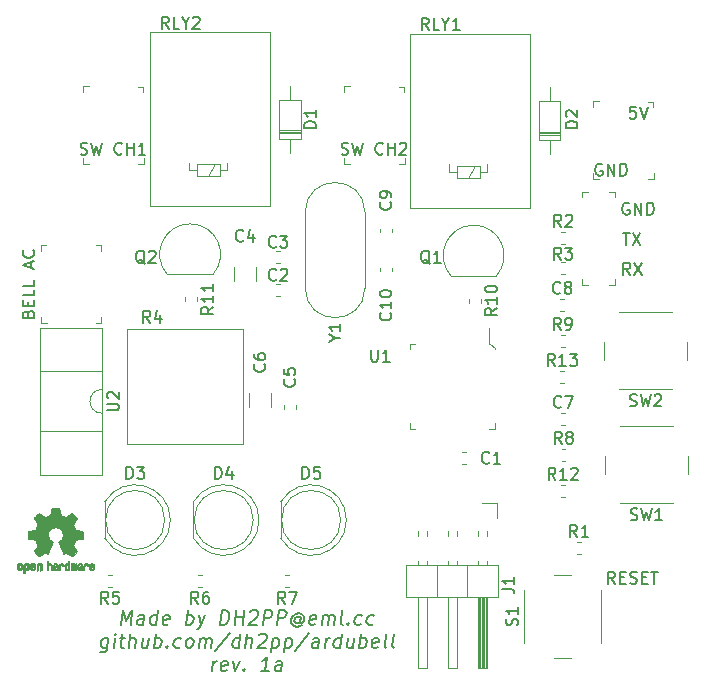
<source format=gbr>
%TF.GenerationSoftware,KiCad,Pcbnew,5.1.10-88a1d61d58~88~ubuntu20.10.1*%
%TF.CreationDate,2021-05-10T20:47:44+02:00*%
%TF.ProjectId,arduBell,61726475-4265-46c6-9c2e-6b696361645f,rev?*%
%TF.SameCoordinates,Original*%
%TF.FileFunction,Legend,Top*%
%TF.FilePolarity,Positive*%
%FSLAX46Y46*%
G04 Gerber Fmt 4.6, Leading zero omitted, Abs format (unit mm)*
G04 Created by KiCad (PCBNEW 5.1.10-88a1d61d58~88~ubuntu20.10.1) date 2021-05-10 20:47:44*
%MOMM*%
%LPD*%
G01*
G04 APERTURE LIST*
%ADD10C,0.150000*%
%ADD11C,0.120000*%
%ADD12C,0.010000*%
%ADD13C,0.100000*%
G04 APERTURE END LIST*
D10*
X95559904Y-29360761D02*
X95702761Y-29408380D01*
X95940857Y-29408380D01*
X96036095Y-29360761D01*
X96083714Y-29313142D01*
X96131333Y-29217904D01*
X96131333Y-29122666D01*
X96083714Y-29027428D01*
X96036095Y-28979809D01*
X95940857Y-28932190D01*
X95750380Y-28884571D01*
X95655142Y-28836952D01*
X95607523Y-28789333D01*
X95559904Y-28694095D01*
X95559904Y-28598857D01*
X95607523Y-28503619D01*
X95655142Y-28456000D01*
X95750380Y-28408380D01*
X95988476Y-28408380D01*
X96131333Y-28456000D01*
X96464666Y-28408380D02*
X96702761Y-29408380D01*
X96893238Y-28694095D01*
X97083714Y-29408380D01*
X97321809Y-28408380D01*
X99036095Y-29313142D02*
X98988476Y-29360761D01*
X98845619Y-29408380D01*
X98750380Y-29408380D01*
X98607523Y-29360761D01*
X98512285Y-29265523D01*
X98464666Y-29170285D01*
X98417047Y-28979809D01*
X98417047Y-28836952D01*
X98464666Y-28646476D01*
X98512285Y-28551238D01*
X98607523Y-28456000D01*
X98750380Y-28408380D01*
X98845619Y-28408380D01*
X98988476Y-28456000D01*
X99036095Y-28503619D01*
X99464666Y-29408380D02*
X99464666Y-28408380D01*
X99464666Y-28884571D02*
X100036095Y-28884571D01*
X100036095Y-29408380D02*
X100036095Y-28408380D01*
X100464666Y-28503619D02*
X100512285Y-28456000D01*
X100607523Y-28408380D01*
X100845619Y-28408380D01*
X100940857Y-28456000D01*
X100988476Y-28503619D01*
X101036095Y-28598857D01*
X101036095Y-28694095D01*
X100988476Y-28836952D01*
X100417047Y-29408380D01*
X101036095Y-29408380D01*
X73461904Y-29360761D02*
X73604761Y-29408380D01*
X73842857Y-29408380D01*
X73938095Y-29360761D01*
X73985714Y-29313142D01*
X74033333Y-29217904D01*
X74033333Y-29122666D01*
X73985714Y-29027428D01*
X73938095Y-28979809D01*
X73842857Y-28932190D01*
X73652380Y-28884571D01*
X73557142Y-28836952D01*
X73509523Y-28789333D01*
X73461904Y-28694095D01*
X73461904Y-28598857D01*
X73509523Y-28503619D01*
X73557142Y-28456000D01*
X73652380Y-28408380D01*
X73890476Y-28408380D01*
X74033333Y-28456000D01*
X74366666Y-28408380D02*
X74604761Y-29408380D01*
X74795238Y-28694095D01*
X74985714Y-29408380D01*
X75223809Y-28408380D01*
X76938095Y-29313142D02*
X76890476Y-29360761D01*
X76747619Y-29408380D01*
X76652380Y-29408380D01*
X76509523Y-29360761D01*
X76414285Y-29265523D01*
X76366666Y-29170285D01*
X76319047Y-28979809D01*
X76319047Y-28836952D01*
X76366666Y-28646476D01*
X76414285Y-28551238D01*
X76509523Y-28456000D01*
X76652380Y-28408380D01*
X76747619Y-28408380D01*
X76890476Y-28456000D01*
X76938095Y-28503619D01*
X77366666Y-29408380D02*
X77366666Y-28408380D01*
X77366666Y-28884571D02*
X77938095Y-28884571D01*
X77938095Y-29408380D02*
X77938095Y-28408380D01*
X78938095Y-29408380D02*
X78366666Y-29408380D01*
X78652380Y-29408380D02*
X78652380Y-28408380D01*
X78557142Y-28551238D01*
X78461904Y-28646476D01*
X78366666Y-28694095D01*
X119975333Y-39568380D02*
X119642000Y-39092190D01*
X119403904Y-39568380D02*
X119403904Y-38568380D01*
X119784857Y-38568380D01*
X119880095Y-38616000D01*
X119927714Y-38663619D01*
X119975333Y-38758857D01*
X119975333Y-38901714D01*
X119927714Y-38996952D01*
X119880095Y-39044571D01*
X119784857Y-39092190D01*
X119403904Y-39092190D01*
X120308666Y-38568380D02*
X120975333Y-39568380D01*
X120975333Y-38568380D02*
X120308666Y-39568380D01*
X119380095Y-36028380D02*
X119951523Y-36028380D01*
X119665809Y-37028380D02*
X119665809Y-36028380D01*
X120189619Y-36028380D02*
X120856285Y-37028380D01*
X120856285Y-36028380D02*
X120189619Y-37028380D01*
X119888095Y-33536000D02*
X119792857Y-33488380D01*
X119650000Y-33488380D01*
X119507142Y-33536000D01*
X119411904Y-33631238D01*
X119364285Y-33726476D01*
X119316666Y-33916952D01*
X119316666Y-34059809D01*
X119364285Y-34250285D01*
X119411904Y-34345523D01*
X119507142Y-34440761D01*
X119650000Y-34488380D01*
X119745238Y-34488380D01*
X119888095Y-34440761D01*
X119935714Y-34393142D01*
X119935714Y-34059809D01*
X119745238Y-34059809D01*
X120364285Y-34488380D02*
X120364285Y-33488380D01*
X120935714Y-34488380D01*
X120935714Y-33488380D01*
X121411904Y-34488380D02*
X121411904Y-33488380D01*
X121650000Y-33488380D01*
X121792857Y-33536000D01*
X121888095Y-33631238D01*
X121935714Y-33726476D01*
X121983333Y-33916952D01*
X121983333Y-34059809D01*
X121935714Y-34250285D01*
X121888095Y-34345523D01*
X121792857Y-34440761D01*
X121650000Y-34488380D01*
X121411904Y-34488380D01*
X118689619Y-65730380D02*
X118356285Y-65254190D01*
X118118190Y-65730380D02*
X118118190Y-64730380D01*
X118499142Y-64730380D01*
X118594380Y-64778000D01*
X118642000Y-64825619D01*
X118689619Y-64920857D01*
X118689619Y-65063714D01*
X118642000Y-65158952D01*
X118594380Y-65206571D01*
X118499142Y-65254190D01*
X118118190Y-65254190D01*
X119118190Y-65206571D02*
X119451523Y-65206571D01*
X119594380Y-65730380D02*
X119118190Y-65730380D01*
X119118190Y-64730380D01*
X119594380Y-64730380D01*
X119975333Y-65682761D02*
X120118190Y-65730380D01*
X120356285Y-65730380D01*
X120451523Y-65682761D01*
X120499142Y-65635142D01*
X120546761Y-65539904D01*
X120546761Y-65444666D01*
X120499142Y-65349428D01*
X120451523Y-65301809D01*
X120356285Y-65254190D01*
X120165809Y-65206571D01*
X120070571Y-65158952D01*
X120022952Y-65111333D01*
X119975333Y-65016095D01*
X119975333Y-64920857D01*
X120022952Y-64825619D01*
X120070571Y-64778000D01*
X120165809Y-64730380D01*
X120403904Y-64730380D01*
X120546761Y-64778000D01*
X120975333Y-65206571D02*
X121308666Y-65206571D01*
X121451523Y-65730380D02*
X120975333Y-65730380D01*
X120975333Y-64730380D01*
X121451523Y-64730380D01*
X121737238Y-64730380D02*
X122308666Y-64730380D01*
X122022952Y-65730380D02*
X122022952Y-64730380D01*
X69016571Y-42886000D02*
X69064190Y-42743142D01*
X69111809Y-42695523D01*
X69207047Y-42647904D01*
X69349904Y-42647904D01*
X69445142Y-42695523D01*
X69492761Y-42743142D01*
X69540380Y-42838380D01*
X69540380Y-43219333D01*
X68540380Y-43219333D01*
X68540380Y-42886000D01*
X68588000Y-42790761D01*
X68635619Y-42743142D01*
X68730857Y-42695523D01*
X68826095Y-42695523D01*
X68921333Y-42743142D01*
X68968952Y-42790761D01*
X69016571Y-42886000D01*
X69016571Y-43219333D01*
X69016571Y-42219333D02*
X69016571Y-41886000D01*
X69540380Y-41743142D02*
X69540380Y-42219333D01*
X68540380Y-42219333D01*
X68540380Y-41743142D01*
X69540380Y-40838380D02*
X69540380Y-41314571D01*
X68540380Y-41314571D01*
X69540380Y-40028857D02*
X69540380Y-40505047D01*
X68540380Y-40505047D01*
X69254666Y-38981238D02*
X69254666Y-38505047D01*
X69540380Y-39076476D02*
X68540380Y-38743142D01*
X69540380Y-38409809D01*
X69445142Y-37505047D02*
X69492761Y-37552666D01*
X69540380Y-37695523D01*
X69540380Y-37790761D01*
X69492761Y-37933619D01*
X69397523Y-38028857D01*
X69302285Y-38076476D01*
X69111809Y-38124095D01*
X68968952Y-38124095D01*
X68778476Y-38076476D01*
X68683238Y-38028857D01*
X68588000Y-37933619D01*
X68540380Y-37790761D01*
X68540380Y-37695523D01*
X68588000Y-37552666D01*
X68635619Y-37505047D01*
X117602095Y-30234000D02*
X117506857Y-30186380D01*
X117364000Y-30186380D01*
X117221142Y-30234000D01*
X117125904Y-30329238D01*
X117078285Y-30424476D01*
X117030666Y-30614952D01*
X117030666Y-30757809D01*
X117078285Y-30948285D01*
X117125904Y-31043523D01*
X117221142Y-31138761D01*
X117364000Y-31186380D01*
X117459238Y-31186380D01*
X117602095Y-31138761D01*
X117649714Y-31091142D01*
X117649714Y-30757809D01*
X117459238Y-30757809D01*
X118078285Y-31186380D02*
X118078285Y-30186380D01*
X118649714Y-31186380D01*
X118649714Y-30186380D01*
X119125904Y-31186380D02*
X119125904Y-30186380D01*
X119364000Y-30186380D01*
X119506857Y-30234000D01*
X119602095Y-30329238D01*
X119649714Y-30424476D01*
X119697333Y-30614952D01*
X119697333Y-30757809D01*
X119649714Y-30948285D01*
X119602095Y-31043523D01*
X119506857Y-31138761D01*
X119364000Y-31186380D01*
X119125904Y-31186380D01*
X120459523Y-25360380D02*
X119983333Y-25360380D01*
X119935714Y-25836571D01*
X119983333Y-25788952D01*
X120078571Y-25741333D01*
X120316666Y-25741333D01*
X120411904Y-25788952D01*
X120459523Y-25836571D01*
X120507142Y-25931809D01*
X120507142Y-26169904D01*
X120459523Y-26265142D01*
X120411904Y-26312761D01*
X120316666Y-26360380D01*
X120078571Y-26360380D01*
X119983333Y-26312761D01*
X119935714Y-26265142D01*
X120792857Y-25360380D02*
X121126190Y-26360380D01*
X121459523Y-25360380D01*
X76883883Y-69204857D02*
X77033883Y-68004857D01*
X77326741Y-68862000D01*
X77833883Y-68004857D01*
X77683883Y-69204857D01*
X78769598Y-69204857D02*
X78848169Y-68576285D01*
X78805312Y-68462000D01*
X78698169Y-68404857D01*
X78469598Y-68404857D01*
X78348169Y-68462000D01*
X78776741Y-69147714D02*
X78655312Y-69204857D01*
X78369598Y-69204857D01*
X78262455Y-69147714D01*
X78219598Y-69033428D01*
X78233883Y-68919142D01*
X78305312Y-68804857D01*
X78426741Y-68747714D01*
X78712455Y-68747714D01*
X78833883Y-68690571D01*
X79855312Y-69204857D02*
X80005312Y-68004857D01*
X79862455Y-69147714D02*
X79741026Y-69204857D01*
X79512455Y-69204857D01*
X79405312Y-69147714D01*
X79355312Y-69090571D01*
X79312455Y-68976285D01*
X79355312Y-68633428D01*
X79426741Y-68519142D01*
X79491026Y-68462000D01*
X79612455Y-68404857D01*
X79841026Y-68404857D01*
X79948169Y-68462000D01*
X80891026Y-69147714D02*
X80769598Y-69204857D01*
X80541026Y-69204857D01*
X80433883Y-69147714D01*
X80391026Y-69033428D01*
X80448169Y-68576285D01*
X80519598Y-68462000D01*
X80641026Y-68404857D01*
X80869598Y-68404857D01*
X80976741Y-68462000D01*
X81019598Y-68576285D01*
X81005312Y-68690571D01*
X80419598Y-68804857D01*
X82369598Y-69204857D02*
X82519598Y-68004857D01*
X82462455Y-68462000D02*
X82583883Y-68404857D01*
X82812455Y-68404857D01*
X82919598Y-68462000D01*
X82969598Y-68519142D01*
X83012455Y-68633428D01*
X82969598Y-68976285D01*
X82898169Y-69090571D01*
X82833883Y-69147714D01*
X82712455Y-69204857D01*
X82483883Y-69204857D01*
X82376741Y-69147714D01*
X83441026Y-68404857D02*
X83626741Y-69204857D01*
X84012455Y-68404857D02*
X83626741Y-69204857D01*
X83476741Y-69490571D01*
X83412455Y-69547714D01*
X83291026Y-69604857D01*
X85283883Y-69204857D02*
X85433883Y-68004857D01*
X85719598Y-68004857D01*
X85883883Y-68062000D01*
X85983883Y-68176285D01*
X86026741Y-68290571D01*
X86055312Y-68519142D01*
X86033883Y-68690571D01*
X85948169Y-68919142D01*
X85876741Y-69033428D01*
X85748169Y-69147714D01*
X85569598Y-69204857D01*
X85283883Y-69204857D01*
X86483883Y-69204857D02*
X86633883Y-68004857D01*
X86562455Y-68576285D02*
X87248169Y-68576285D01*
X87169598Y-69204857D02*
X87319598Y-68004857D01*
X87819598Y-68119142D02*
X87883883Y-68062000D01*
X88005312Y-68004857D01*
X88291026Y-68004857D01*
X88398169Y-68062000D01*
X88448169Y-68119142D01*
X88491026Y-68233428D01*
X88476741Y-68347714D01*
X88398169Y-68519142D01*
X87626741Y-69204857D01*
X88369598Y-69204857D01*
X88883883Y-69204857D02*
X89033883Y-68004857D01*
X89491026Y-68004857D01*
X89598169Y-68062000D01*
X89648169Y-68119142D01*
X89691026Y-68233428D01*
X89669598Y-68404857D01*
X89598169Y-68519142D01*
X89533883Y-68576285D01*
X89412455Y-68633428D01*
X88955312Y-68633428D01*
X90083883Y-69204857D02*
X90233883Y-68004857D01*
X90691026Y-68004857D01*
X90798169Y-68062000D01*
X90848169Y-68119142D01*
X90891026Y-68233428D01*
X90869598Y-68404857D01*
X90798169Y-68519142D01*
X90733883Y-68576285D01*
X90612455Y-68633428D01*
X90155312Y-68633428D01*
X92098169Y-68633428D02*
X92048169Y-68576285D01*
X91941026Y-68519142D01*
X91826741Y-68519142D01*
X91705312Y-68576285D01*
X91641026Y-68633428D01*
X91569598Y-68747714D01*
X91555312Y-68862000D01*
X91598169Y-68976285D01*
X91648169Y-69033428D01*
X91755312Y-69090571D01*
X91869598Y-69090571D01*
X91991026Y-69033428D01*
X92055312Y-68976285D01*
X92112455Y-68519142D02*
X92055312Y-68976285D01*
X92105312Y-69033428D01*
X92162455Y-69033428D01*
X92283883Y-68976285D01*
X92355312Y-68862000D01*
X92391026Y-68576285D01*
X92298169Y-68404857D01*
X92141026Y-68290571D01*
X91919598Y-68233428D01*
X91683883Y-68290571D01*
X91498169Y-68404857D01*
X91362455Y-68576285D01*
X91276741Y-68804857D01*
X91305312Y-69033428D01*
X91398169Y-69204857D01*
X91555312Y-69319142D01*
X91776741Y-69376285D01*
X92012455Y-69319142D01*
X92198169Y-69204857D01*
X93291026Y-69147714D02*
X93169598Y-69204857D01*
X92941026Y-69204857D01*
X92833883Y-69147714D01*
X92791026Y-69033428D01*
X92848169Y-68576285D01*
X92919598Y-68462000D01*
X93041026Y-68404857D01*
X93269598Y-68404857D01*
X93376741Y-68462000D01*
X93419598Y-68576285D01*
X93405312Y-68690571D01*
X92819598Y-68804857D01*
X93855312Y-69204857D02*
X93955312Y-68404857D01*
X93941026Y-68519142D02*
X94005312Y-68462000D01*
X94126741Y-68404857D01*
X94298169Y-68404857D01*
X94405312Y-68462000D01*
X94448169Y-68576285D01*
X94369598Y-69204857D01*
X94448169Y-68576285D02*
X94519598Y-68462000D01*
X94641026Y-68404857D01*
X94812455Y-68404857D01*
X94919598Y-68462000D01*
X94962455Y-68576285D01*
X94883883Y-69204857D01*
X95626741Y-69204857D02*
X95519598Y-69147714D01*
X95476741Y-69033428D01*
X95605312Y-68004857D01*
X96098169Y-69090571D02*
X96148169Y-69147714D01*
X96083883Y-69204857D01*
X96033883Y-69147714D01*
X96098169Y-69090571D01*
X96083883Y-69204857D01*
X97176741Y-69147714D02*
X97055312Y-69204857D01*
X96826741Y-69204857D01*
X96719598Y-69147714D01*
X96669598Y-69090571D01*
X96626741Y-68976285D01*
X96669598Y-68633428D01*
X96741026Y-68519142D01*
X96805312Y-68462000D01*
X96926741Y-68404857D01*
X97155312Y-68404857D01*
X97262455Y-68462000D01*
X98205312Y-69147714D02*
X98083883Y-69204857D01*
X97855312Y-69204857D01*
X97748169Y-69147714D01*
X97698169Y-69090571D01*
X97655312Y-68976285D01*
X97698169Y-68633428D01*
X97769598Y-68519142D01*
X97833883Y-68462000D01*
X97955312Y-68404857D01*
X98183883Y-68404857D01*
X98291026Y-68462000D01*
X75783883Y-70354857D02*
X75662455Y-71326285D01*
X75591026Y-71440571D01*
X75526741Y-71497714D01*
X75405312Y-71554857D01*
X75233883Y-71554857D01*
X75126741Y-71497714D01*
X75691026Y-71097714D02*
X75569598Y-71154857D01*
X75341026Y-71154857D01*
X75233883Y-71097714D01*
X75183883Y-71040571D01*
X75141026Y-70926285D01*
X75183883Y-70583428D01*
X75255312Y-70469142D01*
X75319598Y-70412000D01*
X75441026Y-70354857D01*
X75669598Y-70354857D01*
X75776741Y-70412000D01*
X76255312Y-71154857D02*
X76355312Y-70354857D01*
X76405312Y-69954857D02*
X76341026Y-70012000D01*
X76391026Y-70069142D01*
X76455312Y-70012000D01*
X76405312Y-69954857D01*
X76391026Y-70069142D01*
X76755312Y-70354857D02*
X77212455Y-70354857D01*
X76976741Y-69954857D02*
X76848169Y-70983428D01*
X76891026Y-71097714D01*
X76998169Y-71154857D01*
X77112455Y-71154857D01*
X77512455Y-71154857D02*
X77662455Y-69954857D01*
X78026741Y-71154857D02*
X78105312Y-70526285D01*
X78062455Y-70412000D01*
X77955312Y-70354857D01*
X77783883Y-70354857D01*
X77662455Y-70412000D01*
X77598169Y-70469142D01*
X79212455Y-70354857D02*
X79112455Y-71154857D01*
X78698169Y-70354857D02*
X78619598Y-70983428D01*
X78662455Y-71097714D01*
X78769598Y-71154857D01*
X78941026Y-71154857D01*
X79062455Y-71097714D01*
X79126741Y-71040571D01*
X79683883Y-71154857D02*
X79833883Y-69954857D01*
X79776741Y-70412000D02*
X79898169Y-70354857D01*
X80126741Y-70354857D01*
X80233883Y-70412000D01*
X80283883Y-70469142D01*
X80326741Y-70583428D01*
X80283883Y-70926285D01*
X80212455Y-71040571D01*
X80148169Y-71097714D01*
X80026741Y-71154857D01*
X79798169Y-71154857D01*
X79691026Y-71097714D01*
X80783883Y-71040571D02*
X80833883Y-71097714D01*
X80769598Y-71154857D01*
X80719598Y-71097714D01*
X80783883Y-71040571D01*
X80769598Y-71154857D01*
X81862455Y-71097714D02*
X81741026Y-71154857D01*
X81512455Y-71154857D01*
X81405312Y-71097714D01*
X81355312Y-71040571D01*
X81312455Y-70926285D01*
X81355312Y-70583428D01*
X81426741Y-70469142D01*
X81491026Y-70412000D01*
X81612455Y-70354857D01*
X81841026Y-70354857D01*
X81948169Y-70412000D01*
X82541026Y-71154857D02*
X82433883Y-71097714D01*
X82383883Y-71040571D01*
X82341026Y-70926285D01*
X82383883Y-70583428D01*
X82455312Y-70469142D01*
X82519598Y-70412000D01*
X82641026Y-70354857D01*
X82812455Y-70354857D01*
X82919598Y-70412000D01*
X82969598Y-70469142D01*
X83012455Y-70583428D01*
X82969598Y-70926285D01*
X82898169Y-71040571D01*
X82833883Y-71097714D01*
X82712455Y-71154857D01*
X82541026Y-71154857D01*
X83455312Y-71154857D02*
X83555312Y-70354857D01*
X83541026Y-70469142D02*
X83605312Y-70412000D01*
X83726741Y-70354857D01*
X83898169Y-70354857D01*
X84005312Y-70412000D01*
X84048169Y-70526285D01*
X83969598Y-71154857D01*
X84048169Y-70526285D02*
X84119598Y-70412000D01*
X84241026Y-70354857D01*
X84412455Y-70354857D01*
X84519598Y-70412000D01*
X84562455Y-70526285D01*
X84483883Y-71154857D01*
X86069598Y-69897714D02*
X84848169Y-71440571D01*
X86826741Y-71154857D02*
X86976741Y-69954857D01*
X86833883Y-71097714D02*
X86712455Y-71154857D01*
X86483883Y-71154857D01*
X86376741Y-71097714D01*
X86326741Y-71040571D01*
X86283883Y-70926285D01*
X86326741Y-70583428D01*
X86398169Y-70469142D01*
X86462455Y-70412000D01*
X86583883Y-70354857D01*
X86812455Y-70354857D01*
X86919598Y-70412000D01*
X87398169Y-71154857D02*
X87548169Y-69954857D01*
X87912455Y-71154857D02*
X87991026Y-70526285D01*
X87948169Y-70412000D01*
X87841026Y-70354857D01*
X87669598Y-70354857D01*
X87548169Y-70412000D01*
X87483883Y-70469142D01*
X88562455Y-70069142D02*
X88626741Y-70012000D01*
X88748169Y-69954857D01*
X89033883Y-69954857D01*
X89141026Y-70012000D01*
X89191026Y-70069142D01*
X89233883Y-70183428D01*
X89219598Y-70297714D01*
X89141026Y-70469142D01*
X88369598Y-71154857D01*
X89112455Y-71154857D01*
X89726741Y-70354857D02*
X89576741Y-71554857D01*
X89719598Y-70412000D02*
X89841026Y-70354857D01*
X90069598Y-70354857D01*
X90176741Y-70412000D01*
X90226741Y-70469142D01*
X90269598Y-70583428D01*
X90226741Y-70926285D01*
X90155312Y-71040571D01*
X90091026Y-71097714D01*
X89969598Y-71154857D01*
X89741026Y-71154857D01*
X89633883Y-71097714D01*
X90812455Y-70354857D02*
X90662455Y-71554857D01*
X90805312Y-70412000D02*
X90926741Y-70354857D01*
X91155312Y-70354857D01*
X91262455Y-70412000D01*
X91312455Y-70469142D01*
X91355312Y-70583428D01*
X91312455Y-70926285D01*
X91241026Y-71040571D01*
X91176741Y-71097714D01*
X91055312Y-71154857D01*
X90826741Y-71154857D01*
X90719598Y-71097714D01*
X92812455Y-69897714D02*
X91591026Y-71440571D01*
X93569598Y-71154857D02*
X93648169Y-70526285D01*
X93605312Y-70412000D01*
X93498169Y-70354857D01*
X93269598Y-70354857D01*
X93148169Y-70412000D01*
X93576741Y-71097714D02*
X93455312Y-71154857D01*
X93169598Y-71154857D01*
X93062455Y-71097714D01*
X93019598Y-70983428D01*
X93033883Y-70869142D01*
X93105312Y-70754857D01*
X93226741Y-70697714D01*
X93512455Y-70697714D01*
X93633883Y-70640571D01*
X94141026Y-71154857D02*
X94241026Y-70354857D01*
X94212455Y-70583428D02*
X94283883Y-70469142D01*
X94348169Y-70412000D01*
X94469598Y-70354857D01*
X94583883Y-70354857D01*
X95398169Y-71154857D02*
X95548169Y-69954857D01*
X95405312Y-71097714D02*
X95283883Y-71154857D01*
X95055312Y-71154857D01*
X94948169Y-71097714D01*
X94898169Y-71040571D01*
X94855312Y-70926285D01*
X94898169Y-70583428D01*
X94969598Y-70469142D01*
X95033883Y-70412000D01*
X95155312Y-70354857D01*
X95383883Y-70354857D01*
X95491026Y-70412000D01*
X96583883Y-70354857D02*
X96483883Y-71154857D01*
X96069598Y-70354857D02*
X95991026Y-70983428D01*
X96033883Y-71097714D01*
X96141026Y-71154857D01*
X96312455Y-71154857D01*
X96433883Y-71097714D01*
X96498169Y-71040571D01*
X97055312Y-71154857D02*
X97205312Y-69954857D01*
X97148169Y-70412000D02*
X97269598Y-70354857D01*
X97498169Y-70354857D01*
X97605312Y-70412000D01*
X97655312Y-70469142D01*
X97698169Y-70583428D01*
X97655312Y-70926285D01*
X97583883Y-71040571D01*
X97519598Y-71097714D01*
X97398169Y-71154857D01*
X97169598Y-71154857D01*
X97062455Y-71097714D01*
X98605312Y-71097714D02*
X98483883Y-71154857D01*
X98255312Y-71154857D01*
X98148169Y-71097714D01*
X98105312Y-70983428D01*
X98162455Y-70526285D01*
X98233883Y-70412000D01*
X98355312Y-70354857D01*
X98583883Y-70354857D01*
X98691026Y-70412000D01*
X98733883Y-70526285D01*
X98719598Y-70640571D01*
X98133883Y-70754857D01*
X99341026Y-71154857D02*
X99233883Y-71097714D01*
X99191026Y-70983428D01*
X99319598Y-69954857D01*
X99969598Y-71154857D02*
X99862455Y-71097714D01*
X99819598Y-70983428D01*
X99948169Y-69954857D01*
X84598169Y-73104857D02*
X84698169Y-72304857D01*
X84669598Y-72533428D02*
X84741026Y-72419142D01*
X84805312Y-72362000D01*
X84926741Y-72304857D01*
X85041026Y-72304857D01*
X85805312Y-73047714D02*
X85683883Y-73104857D01*
X85455312Y-73104857D01*
X85348169Y-73047714D01*
X85305312Y-72933428D01*
X85362455Y-72476285D01*
X85433883Y-72362000D01*
X85555312Y-72304857D01*
X85783883Y-72304857D01*
X85891026Y-72362000D01*
X85933883Y-72476285D01*
X85919598Y-72590571D01*
X85333883Y-72704857D01*
X86355312Y-72304857D02*
X86541026Y-73104857D01*
X86926741Y-72304857D01*
X87298169Y-72990571D02*
X87348169Y-73047714D01*
X87283883Y-73104857D01*
X87233883Y-73047714D01*
X87298169Y-72990571D01*
X87283883Y-73104857D01*
X89398169Y-73104857D02*
X88712455Y-73104857D01*
X89055312Y-73104857D02*
X89205312Y-71904857D01*
X89069598Y-72076285D01*
X88941026Y-72190571D01*
X88819598Y-72247714D01*
X90426741Y-73104857D02*
X90505312Y-72476285D01*
X90462455Y-72362000D01*
X90355312Y-72304857D01*
X90126741Y-72304857D01*
X90005312Y-72362000D01*
X90433883Y-73047714D02*
X90312455Y-73104857D01*
X90026741Y-73104857D01*
X89919598Y-73047714D01*
X89876741Y-72933428D01*
X89891026Y-72819142D01*
X89962455Y-72704857D01*
X90083883Y-72647714D01*
X90369598Y-72647714D01*
X90491026Y-72590571D01*
D11*
%TO.C,Q2*%
X80784000Y-39546000D02*
X84634000Y-39546000D01*
X84672611Y-39536122D02*
G75*
G03*
X80784000Y-39546000I-1948611J1690122D01*
G01*
%TO.C,Q1*%
X104789000Y-39657001D02*
X108639000Y-39657001D01*
X108677611Y-39647123D02*
G75*
G03*
X104789000Y-39657001I-1948611J1690122D01*
G01*
%TO.C,D1*%
X90234000Y-27600000D02*
X92074000Y-27600000D01*
X90234000Y-27360000D02*
X92074000Y-27360000D01*
X90234000Y-27480000D02*
X92074000Y-27480000D01*
X91154000Y-23596000D02*
X91154000Y-24776000D01*
X91154000Y-29236000D02*
X91154000Y-28056000D01*
X90234000Y-24776000D02*
X90234000Y-28056000D01*
X92074000Y-24776000D02*
X90234000Y-24776000D01*
X92074000Y-28056000D02*
X92074000Y-24776000D01*
X90234000Y-28056000D02*
X92074000Y-28056000D01*
%TO.C,C10*%
X99824000Y-39256580D02*
X99824000Y-38975420D01*
X98804000Y-39256580D02*
X98804000Y-38975420D01*
%TO.C,C9*%
X98804000Y-35673420D02*
X98804000Y-35954580D01*
X99824000Y-35673420D02*
X99824000Y-35954580D01*
D12*
%TO.C,REF\u002A\u002A*%
G36*
X71424570Y-59304708D02*
G01*
X71503114Y-59305138D01*
X71559958Y-59306302D01*
X71598765Y-59308567D01*
X71623198Y-59312300D01*
X71636922Y-59317866D01*
X71643600Y-59325633D01*
X71646896Y-59335965D01*
X71647216Y-59337303D01*
X71652222Y-59361439D01*
X71661489Y-59409061D01*
X71674052Y-59475101D01*
X71688947Y-59554488D01*
X71705211Y-59642156D01*
X71705779Y-59645235D01*
X71722070Y-59731149D01*
X71737312Y-59807056D01*
X71750521Y-59868405D01*
X71760714Y-59910642D01*
X71766908Y-59929215D01*
X71767203Y-59929544D01*
X71785448Y-59938613D01*
X71823065Y-59953727D01*
X71871931Y-59971622D01*
X71872203Y-59971718D01*
X71933753Y-59994853D01*
X72006317Y-60024325D01*
X72074717Y-60053957D01*
X72077954Y-60055422D01*
X72189362Y-60105986D01*
X72436059Y-59937520D01*
X72511737Y-59886163D01*
X72580291Y-59840249D01*
X72637748Y-59802390D01*
X72680136Y-59775197D01*
X72703485Y-59761281D01*
X72705702Y-59760249D01*
X72722670Y-59764844D01*
X72754361Y-59787015D01*
X72802012Y-59827807D01*
X72866858Y-59888265D01*
X72933057Y-59952587D01*
X72996874Y-60015972D01*
X73053989Y-60073811D01*
X73100965Y-60122535D01*
X73134363Y-60158570D01*
X73150745Y-60178344D01*
X73151354Y-60179362D01*
X73153165Y-60192932D01*
X73146343Y-60215093D01*
X73129200Y-60248838D01*
X73100053Y-60297160D01*
X73057215Y-60363052D01*
X73000108Y-60447877D01*
X72949426Y-60522537D01*
X72904121Y-60589500D01*
X72866810Y-60644876D01*
X72840112Y-60684780D01*
X72826645Y-60705322D01*
X72825797Y-60706716D01*
X72827441Y-60726398D01*
X72839905Y-60764653D01*
X72860708Y-60814249D01*
X72868122Y-60830088D01*
X72900474Y-60900650D01*
X72934988Y-60980713D01*
X72963025Y-61049989D01*
X72983228Y-61101405D01*
X72999275Y-61140479D01*
X73008548Y-61160901D01*
X73009701Y-61162474D01*
X73026756Y-61165081D01*
X73066958Y-61172223D01*
X73124962Y-61182883D01*
X73195423Y-61196045D01*
X73272995Y-61210693D01*
X73352332Y-61225809D01*
X73428091Y-61240378D01*
X73494924Y-61253382D01*
X73547488Y-61263805D01*
X73580436Y-61270630D01*
X73588517Y-61272559D01*
X73596865Y-61277322D01*
X73603166Y-61288078D01*
X73607705Y-61308458D01*
X73610764Y-61342094D01*
X73612627Y-61392615D01*
X73613578Y-61463652D01*
X73613900Y-61558836D01*
X73613917Y-61597852D01*
X73613917Y-61915159D01*
X73537717Y-61930199D01*
X73495323Y-61938355D01*
X73432060Y-61950259D01*
X73355622Y-61964476D01*
X73273703Y-61979570D01*
X73251060Y-61983715D01*
X73175466Y-61998413D01*
X73109613Y-62012865D01*
X73059026Y-62025735D01*
X73029234Y-62035682D01*
X73024272Y-62038647D01*
X73012086Y-62059643D01*
X72994613Y-62100327D01*
X72975237Y-62152682D01*
X72971394Y-62163960D01*
X72945999Y-62233883D01*
X72914477Y-62312778D01*
X72883629Y-62383626D01*
X72883477Y-62383955D01*
X72832107Y-62495093D01*
X73001059Y-62743613D01*
X73170012Y-62992132D01*
X72953089Y-63209418D01*
X72887479Y-63274086D01*
X72827639Y-63331093D01*
X72776927Y-63377393D01*
X72738706Y-63409944D01*
X72716335Y-63425703D01*
X72713126Y-63426703D01*
X72694286Y-63418829D01*
X72655840Y-63396938D01*
X72601990Y-63363627D01*
X72536936Y-63321491D01*
X72466600Y-63274303D01*
X72395215Y-63226170D01*
X72331568Y-63184288D01*
X72279701Y-63151231D01*
X72243655Y-63129578D01*
X72227527Y-63121903D01*
X72207849Y-63128397D01*
X72170535Y-63145510D01*
X72123281Y-63169686D01*
X72118272Y-63172373D01*
X72054637Y-63204287D01*
X72011001Y-63219939D01*
X71983862Y-63220105D01*
X71969717Y-63205564D01*
X71969635Y-63205360D01*
X71962565Y-63188139D01*
X71945702Y-63147259D01*
X71920355Y-63085885D01*
X71887831Y-63007179D01*
X71849438Y-62914307D01*
X71806482Y-62810432D01*
X71764882Y-62709862D01*
X71719164Y-62598876D01*
X71677186Y-62496063D01*
X71640208Y-62404575D01*
X71609487Y-62327561D01*
X71586282Y-62268175D01*
X71571850Y-62229569D01*
X71567403Y-62215160D01*
X71578556Y-62198632D01*
X71607729Y-62172290D01*
X71646631Y-62143247D01*
X71757417Y-62051399D01*
X71844011Y-61946119D01*
X71905376Y-61829626D01*
X71940475Y-61704136D01*
X71948268Y-61571867D01*
X71942603Y-61510817D01*
X71911738Y-61384155D01*
X71858580Y-61272301D01*
X71786427Y-61176361D01*
X71698577Y-61097436D01*
X71598325Y-61036630D01*
X71488970Y-60995047D01*
X71373807Y-60973788D01*
X71256135Y-60973959D01*
X71139250Y-60996661D01*
X71026449Y-61042998D01*
X70921029Y-61114073D01*
X70877028Y-61154271D01*
X70792639Y-61257489D01*
X70733882Y-61370285D01*
X70700364Y-61489370D01*
X70691695Y-61611455D01*
X70707483Y-61733253D01*
X70747338Y-61851476D01*
X70810867Y-61962835D01*
X70897681Y-62064044D01*
X70994689Y-62143247D01*
X71035097Y-62173522D01*
X71063642Y-62199579D01*
X71073917Y-62215185D01*
X71068537Y-62232203D01*
X71053235Y-62272860D01*
X71029272Y-62334002D01*
X70997904Y-62412479D01*
X70960392Y-62505140D01*
X70917993Y-62608832D01*
X70876323Y-62709886D01*
X70830350Y-62820967D01*
X70787767Y-62923901D01*
X70749881Y-63015525D01*
X70718000Y-63092676D01*
X70693431Y-63152191D01*
X70677480Y-63190904D01*
X70671570Y-63205360D01*
X70657608Y-63220045D01*
X70630600Y-63220002D01*
X70587073Y-63204459D01*
X70523550Y-63172644D01*
X70523048Y-63172373D01*
X70475220Y-63147683D01*
X70436557Y-63129698D01*
X70414755Y-63121974D01*
X70413793Y-63121903D01*
X70397381Y-63129738D01*
X70361147Y-63151525D01*
X70309134Y-63184688D01*
X70245385Y-63226651D01*
X70174720Y-63274303D01*
X70102776Y-63322551D01*
X70037934Y-63364511D01*
X69984395Y-63397587D01*
X69946357Y-63419181D01*
X69928193Y-63426703D01*
X69911468Y-63416817D01*
X69877840Y-63389186D01*
X69830670Y-63346855D01*
X69773318Y-63292865D01*
X69709144Y-63230259D01*
X69688157Y-63209343D01*
X69471159Y-62991983D01*
X69636328Y-62749580D01*
X69686524Y-62675141D01*
X69730579Y-62608332D01*
X69766022Y-62553025D01*
X69790379Y-62513089D01*
X69801182Y-62492396D01*
X69801498Y-62490923D01*
X69795803Y-62471418D01*
X69780486Y-62432182D01*
X69758197Y-62379790D01*
X69742553Y-62344715D01*
X69713301Y-62277561D01*
X69685754Y-62209718D01*
X69664397Y-62152394D01*
X69658595Y-62134932D01*
X69642112Y-62088298D01*
X69626000Y-62052265D01*
X69617150Y-62038647D01*
X69597620Y-62030312D01*
X69554994Y-62018497D01*
X69494805Y-62004541D01*
X69422582Y-61989782D01*
X69390260Y-61983715D01*
X69308182Y-61968633D01*
X69229455Y-61954029D01*
X69161769Y-61941340D01*
X69112820Y-61932002D01*
X69103603Y-61930199D01*
X69027403Y-61915159D01*
X69027403Y-61597852D01*
X69027574Y-61493514D01*
X69028276Y-61414573D01*
X69029794Y-61357398D01*
X69032409Y-61318359D01*
X69036406Y-61293825D01*
X69042069Y-61280165D01*
X69049680Y-61273749D01*
X69052803Y-61272559D01*
X69071638Y-61268340D01*
X69113248Y-61259922D01*
X69172290Y-61248321D01*
X69243417Y-61234555D01*
X69321285Y-61219640D01*
X69400547Y-61204592D01*
X69475858Y-61190429D01*
X69541873Y-61178166D01*
X69593247Y-61168821D01*
X69624635Y-61163410D01*
X69631619Y-61162474D01*
X69637945Y-61149956D01*
X69651950Y-61116606D01*
X69671015Y-61068737D01*
X69678294Y-61049989D01*
X69707656Y-60977555D01*
X69742231Y-60897530D01*
X69773197Y-60830088D01*
X69795983Y-60778519D01*
X69811142Y-60736145D01*
X69816202Y-60710194D01*
X69815396Y-60706716D01*
X69804701Y-60690296D01*
X69780280Y-60653777D01*
X69744755Y-60601047D01*
X69700747Y-60535995D01*
X69650877Y-60462511D01*
X69641016Y-60448005D01*
X69583152Y-60362064D01*
X69540616Y-60296621D01*
X69511714Y-60248664D01*
X69494750Y-60215180D01*
X69488027Y-60193155D01*
X69489850Y-60179577D01*
X69489896Y-60179491D01*
X69504246Y-60161657D01*
X69535983Y-60127177D01*
X69581670Y-60079628D01*
X69637864Y-60022582D01*
X69701128Y-59959615D01*
X69708262Y-59952587D01*
X69787990Y-59875380D01*
X69849517Y-59818690D01*
X69894081Y-59781470D01*
X69922917Y-59762675D01*
X69935618Y-59760249D01*
X69954154Y-59770831D01*
X69992621Y-59795276D01*
X70047046Y-59830972D01*
X70113458Y-59875307D01*
X70187885Y-59925671D01*
X70205261Y-59937520D01*
X70451957Y-60105986D01*
X70563366Y-60055422D01*
X70631117Y-60025955D01*
X70703843Y-59996319D01*
X70766363Y-59972690D01*
X70769117Y-59971718D01*
X70818020Y-59953817D01*
X70855717Y-59938680D01*
X70874085Y-59929570D01*
X70874116Y-59929544D01*
X70879945Y-59913077D01*
X70889852Y-59872579D01*
X70902855Y-59812602D01*
X70917969Y-59737700D01*
X70934212Y-59652424D01*
X70935541Y-59645235D01*
X70951835Y-59557374D01*
X70966793Y-59477620D01*
X70979451Y-59411041D01*
X70988846Y-59362707D01*
X70994014Y-59337685D01*
X70994104Y-59337303D01*
X70997249Y-59326659D01*
X71003364Y-59318622D01*
X71016113Y-59312827D01*
X71039160Y-59308907D01*
X71076169Y-59306495D01*
X71130804Y-59305225D01*
X71206727Y-59304731D01*
X71307604Y-59304646D01*
X71320660Y-59304646D01*
X71424570Y-59304708D01*
G37*
X71424570Y-59304708D02*
X71503114Y-59305138D01*
X71559958Y-59306302D01*
X71598765Y-59308567D01*
X71623198Y-59312300D01*
X71636922Y-59317866D01*
X71643600Y-59325633D01*
X71646896Y-59335965D01*
X71647216Y-59337303D01*
X71652222Y-59361439D01*
X71661489Y-59409061D01*
X71674052Y-59475101D01*
X71688947Y-59554488D01*
X71705211Y-59642156D01*
X71705779Y-59645235D01*
X71722070Y-59731149D01*
X71737312Y-59807056D01*
X71750521Y-59868405D01*
X71760714Y-59910642D01*
X71766908Y-59929215D01*
X71767203Y-59929544D01*
X71785448Y-59938613D01*
X71823065Y-59953727D01*
X71871931Y-59971622D01*
X71872203Y-59971718D01*
X71933753Y-59994853D01*
X72006317Y-60024325D01*
X72074717Y-60053957D01*
X72077954Y-60055422D01*
X72189362Y-60105986D01*
X72436059Y-59937520D01*
X72511737Y-59886163D01*
X72580291Y-59840249D01*
X72637748Y-59802390D01*
X72680136Y-59775197D01*
X72703485Y-59761281D01*
X72705702Y-59760249D01*
X72722670Y-59764844D01*
X72754361Y-59787015D01*
X72802012Y-59827807D01*
X72866858Y-59888265D01*
X72933057Y-59952587D01*
X72996874Y-60015972D01*
X73053989Y-60073811D01*
X73100965Y-60122535D01*
X73134363Y-60158570D01*
X73150745Y-60178344D01*
X73151354Y-60179362D01*
X73153165Y-60192932D01*
X73146343Y-60215093D01*
X73129200Y-60248838D01*
X73100053Y-60297160D01*
X73057215Y-60363052D01*
X73000108Y-60447877D01*
X72949426Y-60522537D01*
X72904121Y-60589500D01*
X72866810Y-60644876D01*
X72840112Y-60684780D01*
X72826645Y-60705322D01*
X72825797Y-60706716D01*
X72827441Y-60726398D01*
X72839905Y-60764653D01*
X72860708Y-60814249D01*
X72868122Y-60830088D01*
X72900474Y-60900650D01*
X72934988Y-60980713D01*
X72963025Y-61049989D01*
X72983228Y-61101405D01*
X72999275Y-61140479D01*
X73008548Y-61160901D01*
X73009701Y-61162474D01*
X73026756Y-61165081D01*
X73066958Y-61172223D01*
X73124962Y-61182883D01*
X73195423Y-61196045D01*
X73272995Y-61210693D01*
X73352332Y-61225809D01*
X73428091Y-61240378D01*
X73494924Y-61253382D01*
X73547488Y-61263805D01*
X73580436Y-61270630D01*
X73588517Y-61272559D01*
X73596865Y-61277322D01*
X73603166Y-61288078D01*
X73607705Y-61308458D01*
X73610764Y-61342094D01*
X73612627Y-61392615D01*
X73613578Y-61463652D01*
X73613900Y-61558836D01*
X73613917Y-61597852D01*
X73613917Y-61915159D01*
X73537717Y-61930199D01*
X73495323Y-61938355D01*
X73432060Y-61950259D01*
X73355622Y-61964476D01*
X73273703Y-61979570D01*
X73251060Y-61983715D01*
X73175466Y-61998413D01*
X73109613Y-62012865D01*
X73059026Y-62025735D01*
X73029234Y-62035682D01*
X73024272Y-62038647D01*
X73012086Y-62059643D01*
X72994613Y-62100327D01*
X72975237Y-62152682D01*
X72971394Y-62163960D01*
X72945999Y-62233883D01*
X72914477Y-62312778D01*
X72883629Y-62383626D01*
X72883477Y-62383955D01*
X72832107Y-62495093D01*
X73001059Y-62743613D01*
X73170012Y-62992132D01*
X72953089Y-63209418D01*
X72887479Y-63274086D01*
X72827639Y-63331093D01*
X72776927Y-63377393D01*
X72738706Y-63409944D01*
X72716335Y-63425703D01*
X72713126Y-63426703D01*
X72694286Y-63418829D01*
X72655840Y-63396938D01*
X72601990Y-63363627D01*
X72536936Y-63321491D01*
X72466600Y-63274303D01*
X72395215Y-63226170D01*
X72331568Y-63184288D01*
X72279701Y-63151231D01*
X72243655Y-63129578D01*
X72227527Y-63121903D01*
X72207849Y-63128397D01*
X72170535Y-63145510D01*
X72123281Y-63169686D01*
X72118272Y-63172373D01*
X72054637Y-63204287D01*
X72011001Y-63219939D01*
X71983862Y-63220105D01*
X71969717Y-63205564D01*
X71969635Y-63205360D01*
X71962565Y-63188139D01*
X71945702Y-63147259D01*
X71920355Y-63085885D01*
X71887831Y-63007179D01*
X71849438Y-62914307D01*
X71806482Y-62810432D01*
X71764882Y-62709862D01*
X71719164Y-62598876D01*
X71677186Y-62496063D01*
X71640208Y-62404575D01*
X71609487Y-62327561D01*
X71586282Y-62268175D01*
X71571850Y-62229569D01*
X71567403Y-62215160D01*
X71578556Y-62198632D01*
X71607729Y-62172290D01*
X71646631Y-62143247D01*
X71757417Y-62051399D01*
X71844011Y-61946119D01*
X71905376Y-61829626D01*
X71940475Y-61704136D01*
X71948268Y-61571867D01*
X71942603Y-61510817D01*
X71911738Y-61384155D01*
X71858580Y-61272301D01*
X71786427Y-61176361D01*
X71698577Y-61097436D01*
X71598325Y-61036630D01*
X71488970Y-60995047D01*
X71373807Y-60973788D01*
X71256135Y-60973959D01*
X71139250Y-60996661D01*
X71026449Y-61042998D01*
X70921029Y-61114073D01*
X70877028Y-61154271D01*
X70792639Y-61257489D01*
X70733882Y-61370285D01*
X70700364Y-61489370D01*
X70691695Y-61611455D01*
X70707483Y-61733253D01*
X70747338Y-61851476D01*
X70810867Y-61962835D01*
X70897681Y-62064044D01*
X70994689Y-62143247D01*
X71035097Y-62173522D01*
X71063642Y-62199579D01*
X71073917Y-62215185D01*
X71068537Y-62232203D01*
X71053235Y-62272860D01*
X71029272Y-62334002D01*
X70997904Y-62412479D01*
X70960392Y-62505140D01*
X70917993Y-62608832D01*
X70876323Y-62709886D01*
X70830350Y-62820967D01*
X70787767Y-62923901D01*
X70749881Y-63015525D01*
X70718000Y-63092676D01*
X70693431Y-63152191D01*
X70677480Y-63190904D01*
X70671570Y-63205360D01*
X70657608Y-63220045D01*
X70630600Y-63220002D01*
X70587073Y-63204459D01*
X70523550Y-63172644D01*
X70523048Y-63172373D01*
X70475220Y-63147683D01*
X70436557Y-63129698D01*
X70414755Y-63121974D01*
X70413793Y-63121903D01*
X70397381Y-63129738D01*
X70361147Y-63151525D01*
X70309134Y-63184688D01*
X70245385Y-63226651D01*
X70174720Y-63274303D01*
X70102776Y-63322551D01*
X70037934Y-63364511D01*
X69984395Y-63397587D01*
X69946357Y-63419181D01*
X69928193Y-63426703D01*
X69911468Y-63416817D01*
X69877840Y-63389186D01*
X69830670Y-63346855D01*
X69773318Y-63292865D01*
X69709144Y-63230259D01*
X69688157Y-63209343D01*
X69471159Y-62991983D01*
X69636328Y-62749580D01*
X69686524Y-62675141D01*
X69730579Y-62608332D01*
X69766022Y-62553025D01*
X69790379Y-62513089D01*
X69801182Y-62492396D01*
X69801498Y-62490923D01*
X69795803Y-62471418D01*
X69780486Y-62432182D01*
X69758197Y-62379790D01*
X69742553Y-62344715D01*
X69713301Y-62277561D01*
X69685754Y-62209718D01*
X69664397Y-62152394D01*
X69658595Y-62134932D01*
X69642112Y-62088298D01*
X69626000Y-62052265D01*
X69617150Y-62038647D01*
X69597620Y-62030312D01*
X69554994Y-62018497D01*
X69494805Y-62004541D01*
X69422582Y-61989782D01*
X69390260Y-61983715D01*
X69308182Y-61968633D01*
X69229455Y-61954029D01*
X69161769Y-61941340D01*
X69112820Y-61932002D01*
X69103603Y-61930199D01*
X69027403Y-61915159D01*
X69027403Y-61597852D01*
X69027574Y-61493514D01*
X69028276Y-61414573D01*
X69029794Y-61357398D01*
X69032409Y-61318359D01*
X69036406Y-61293825D01*
X69042069Y-61280165D01*
X69049680Y-61273749D01*
X69052803Y-61272559D01*
X69071638Y-61268340D01*
X69113248Y-61259922D01*
X69172290Y-61248321D01*
X69243417Y-61234555D01*
X69321285Y-61219640D01*
X69400547Y-61204592D01*
X69475858Y-61190429D01*
X69541873Y-61178166D01*
X69593247Y-61168821D01*
X69624635Y-61163410D01*
X69631619Y-61162474D01*
X69637945Y-61149956D01*
X69651950Y-61116606D01*
X69671015Y-61068737D01*
X69678294Y-61049989D01*
X69707656Y-60977555D01*
X69742231Y-60897530D01*
X69773197Y-60830088D01*
X69795983Y-60778519D01*
X69811142Y-60736145D01*
X69816202Y-60710194D01*
X69815396Y-60706716D01*
X69804701Y-60690296D01*
X69780280Y-60653777D01*
X69744755Y-60601047D01*
X69700747Y-60535995D01*
X69650877Y-60462511D01*
X69641016Y-60448005D01*
X69583152Y-60362064D01*
X69540616Y-60296621D01*
X69511714Y-60248664D01*
X69494750Y-60215180D01*
X69488027Y-60193155D01*
X69489850Y-60179577D01*
X69489896Y-60179491D01*
X69504246Y-60161657D01*
X69535983Y-60127177D01*
X69581670Y-60079628D01*
X69637864Y-60022582D01*
X69701128Y-59959615D01*
X69708262Y-59952587D01*
X69787990Y-59875380D01*
X69849517Y-59818690D01*
X69894081Y-59781470D01*
X69922917Y-59762675D01*
X69935618Y-59760249D01*
X69954154Y-59770831D01*
X69992621Y-59795276D01*
X70047046Y-59830972D01*
X70113458Y-59875307D01*
X70187885Y-59925671D01*
X70205261Y-59937520D01*
X70451957Y-60105986D01*
X70563366Y-60055422D01*
X70631117Y-60025955D01*
X70703843Y-59996319D01*
X70766363Y-59972690D01*
X70769117Y-59971718D01*
X70818020Y-59953817D01*
X70855717Y-59938680D01*
X70874085Y-59929570D01*
X70874116Y-59929544D01*
X70879945Y-59913077D01*
X70889852Y-59872579D01*
X70902855Y-59812602D01*
X70917969Y-59737700D01*
X70934212Y-59652424D01*
X70935541Y-59645235D01*
X70951835Y-59557374D01*
X70966793Y-59477620D01*
X70979451Y-59411041D01*
X70988846Y-59362707D01*
X70994014Y-59337685D01*
X70994104Y-59337303D01*
X70997249Y-59326659D01*
X71003364Y-59318622D01*
X71016113Y-59312827D01*
X71039160Y-59308907D01*
X71076169Y-59306495D01*
X71130804Y-59305225D01*
X71206727Y-59304731D01*
X71307604Y-59304646D01*
X71320660Y-59304646D01*
X71424570Y-59304708D01*
G36*
X74474255Y-64029326D02*
G01*
X74531681Y-64066857D01*
X74559379Y-64100456D01*
X74581322Y-64161424D01*
X74583065Y-64209668D01*
X74579117Y-64274176D01*
X74430346Y-64339294D01*
X74358009Y-64372562D01*
X74310744Y-64399324D01*
X74286167Y-64422504D01*
X74281897Y-64445027D01*
X74295549Y-64469815D01*
X74310603Y-64486246D01*
X74354406Y-64512595D01*
X74402049Y-64514441D01*
X74445805Y-64493906D01*
X74477949Y-64453112D01*
X74483698Y-64438707D01*
X74511236Y-64393716D01*
X74542918Y-64374542D01*
X74586374Y-64358139D01*
X74586374Y-64420326D01*
X74582532Y-64462643D01*
X74567483Y-64498329D01*
X74535940Y-64539303D01*
X74531252Y-64544627D01*
X74496166Y-64581080D01*
X74466007Y-64600643D01*
X74428275Y-64609643D01*
X74396995Y-64612590D01*
X74341045Y-64613325D01*
X74301215Y-64604020D01*
X74276368Y-64590206D01*
X74237316Y-64559827D01*
X74210285Y-64526973D01*
X74193177Y-64485654D01*
X74183898Y-64429881D01*
X74180353Y-64353665D01*
X74180070Y-64314982D01*
X74181032Y-64268607D01*
X74268667Y-64268607D01*
X74269683Y-64293486D01*
X74272216Y-64297560D01*
X74288934Y-64292025D01*
X74324909Y-64277377D01*
X74372991Y-64256550D01*
X74383046Y-64252074D01*
X74443812Y-64221174D01*
X74477292Y-64194017D01*
X74484650Y-64168580D01*
X74467051Y-64142841D01*
X74452516Y-64131469D01*
X74400070Y-64108724D01*
X74350982Y-64112482D01*
X74309887Y-64140244D01*
X74281418Y-64189512D01*
X74272291Y-64228617D01*
X74268667Y-64268607D01*
X74181032Y-64268607D01*
X74181945Y-64224609D01*
X74188856Y-64157744D01*
X74202544Y-64109055D01*
X74224756Y-64073209D01*
X74257234Y-64044873D01*
X74271393Y-64035715D01*
X74335713Y-64011867D01*
X74406133Y-64010366D01*
X74474255Y-64029326D01*
G37*
X74474255Y-64029326D02*
X74531681Y-64066857D01*
X74559379Y-64100456D01*
X74581322Y-64161424D01*
X74583065Y-64209668D01*
X74579117Y-64274176D01*
X74430346Y-64339294D01*
X74358009Y-64372562D01*
X74310744Y-64399324D01*
X74286167Y-64422504D01*
X74281897Y-64445027D01*
X74295549Y-64469815D01*
X74310603Y-64486246D01*
X74354406Y-64512595D01*
X74402049Y-64514441D01*
X74445805Y-64493906D01*
X74477949Y-64453112D01*
X74483698Y-64438707D01*
X74511236Y-64393716D01*
X74542918Y-64374542D01*
X74586374Y-64358139D01*
X74586374Y-64420326D01*
X74582532Y-64462643D01*
X74567483Y-64498329D01*
X74535940Y-64539303D01*
X74531252Y-64544627D01*
X74496166Y-64581080D01*
X74466007Y-64600643D01*
X74428275Y-64609643D01*
X74396995Y-64612590D01*
X74341045Y-64613325D01*
X74301215Y-64604020D01*
X74276368Y-64590206D01*
X74237316Y-64559827D01*
X74210285Y-64526973D01*
X74193177Y-64485654D01*
X74183898Y-64429881D01*
X74180353Y-64353665D01*
X74180070Y-64314982D01*
X74181032Y-64268607D01*
X74268667Y-64268607D01*
X74269683Y-64293486D01*
X74272216Y-64297560D01*
X74288934Y-64292025D01*
X74324909Y-64277377D01*
X74372991Y-64256550D01*
X74383046Y-64252074D01*
X74443812Y-64221174D01*
X74477292Y-64194017D01*
X74484650Y-64168580D01*
X74467051Y-64142841D01*
X74452516Y-64131469D01*
X74400070Y-64108724D01*
X74350982Y-64112482D01*
X74309887Y-64140244D01*
X74281418Y-64189512D01*
X74272291Y-64228617D01*
X74268667Y-64268607D01*
X74181032Y-64268607D01*
X74181945Y-64224609D01*
X74188856Y-64157744D01*
X74202544Y-64109055D01*
X74224756Y-64073209D01*
X74257234Y-64044873D01*
X74271393Y-64035715D01*
X74335713Y-64011867D01*
X74406133Y-64010366D01*
X74474255Y-64029326D01*
G36*
X73973260Y-64021112D02*
G01*
X73990608Y-64028694D01*
X74032016Y-64061488D01*
X74067425Y-64108907D01*
X74089324Y-64159511D01*
X74092889Y-64184458D01*
X74080939Y-64219287D01*
X74054727Y-64237717D01*
X74026624Y-64248876D01*
X74013755Y-64250932D01*
X74007489Y-64236009D01*
X73995116Y-64203535D01*
X73989688Y-64188862D01*
X73959250Y-64138104D01*
X73915180Y-64112787D01*
X73858670Y-64113566D01*
X73854485Y-64114563D01*
X73824315Y-64128867D01*
X73802136Y-64156753D01*
X73786987Y-64201647D01*
X73777910Y-64266975D01*
X73773946Y-64356164D01*
X73773574Y-64403621D01*
X73773390Y-64478431D01*
X73772182Y-64529429D01*
X73768969Y-64561831D01*
X73762769Y-64580855D01*
X73752600Y-64591716D01*
X73737479Y-64599632D01*
X73736606Y-64600030D01*
X73707488Y-64612341D01*
X73693063Y-64616874D01*
X73690846Y-64603169D01*
X73688949Y-64565285D01*
X73687507Y-64508075D01*
X73686658Y-64436387D01*
X73686489Y-64383925D01*
X73687352Y-64282407D01*
X73690730Y-64205392D01*
X73697802Y-64148383D01*
X73709748Y-64106886D01*
X73727750Y-64076403D01*
X73752987Y-64052440D01*
X73777907Y-64035715D01*
X73837831Y-64013457D01*
X73907571Y-64008436D01*
X73973260Y-64021112D01*
G37*
X73973260Y-64021112D02*
X73990608Y-64028694D01*
X74032016Y-64061488D01*
X74067425Y-64108907D01*
X74089324Y-64159511D01*
X74092889Y-64184458D01*
X74080939Y-64219287D01*
X74054727Y-64237717D01*
X74026624Y-64248876D01*
X74013755Y-64250932D01*
X74007489Y-64236009D01*
X73995116Y-64203535D01*
X73989688Y-64188862D01*
X73959250Y-64138104D01*
X73915180Y-64112787D01*
X73858670Y-64113566D01*
X73854485Y-64114563D01*
X73824315Y-64128867D01*
X73802136Y-64156753D01*
X73786987Y-64201647D01*
X73777910Y-64266975D01*
X73773946Y-64356164D01*
X73773574Y-64403621D01*
X73773390Y-64478431D01*
X73772182Y-64529429D01*
X73768969Y-64561831D01*
X73762769Y-64580855D01*
X73752600Y-64591716D01*
X73737479Y-64599632D01*
X73736606Y-64600030D01*
X73707488Y-64612341D01*
X73693063Y-64616874D01*
X73690846Y-64603169D01*
X73688949Y-64565285D01*
X73687507Y-64508075D01*
X73686658Y-64436387D01*
X73686489Y-64383925D01*
X73687352Y-64282407D01*
X73690730Y-64205392D01*
X73697802Y-64148383D01*
X73709748Y-64106886D01*
X73727750Y-64076403D01*
X73752987Y-64052440D01*
X73777907Y-64035715D01*
X73837831Y-64013457D01*
X73907571Y-64008436D01*
X73973260Y-64021112D01*
G36*
X73465536Y-64018695D02*
G01*
X73507327Y-64037704D01*
X73540129Y-64060738D01*
X73564163Y-64086493D01*
X73580757Y-64119718D01*
X73591237Y-64165160D01*
X73596931Y-64227567D01*
X73599167Y-64311687D01*
X73599403Y-64367081D01*
X73599403Y-64583186D01*
X73562434Y-64600030D01*
X73533316Y-64612341D01*
X73518891Y-64616874D01*
X73516132Y-64603385D01*
X73513942Y-64567013D01*
X73512602Y-64513902D01*
X73512317Y-64471732D01*
X73511094Y-64410807D01*
X73507796Y-64362475D01*
X73502981Y-64332878D01*
X73499156Y-64326589D01*
X73473443Y-64333012D01*
X73433078Y-64349485D01*
X73386339Y-64371818D01*
X73341505Y-64395817D01*
X73306853Y-64417290D01*
X73290662Y-64432045D01*
X73290598Y-64432205D01*
X73291990Y-64459512D01*
X73304478Y-64485579D01*
X73326403Y-64506752D01*
X73358403Y-64513834D01*
X73385752Y-64513009D01*
X73424486Y-64512402D01*
X73444818Y-64521476D01*
X73457029Y-64545452D01*
X73458569Y-64549973D01*
X73463863Y-64584166D01*
X73449707Y-64604928D01*
X73412808Y-64614822D01*
X73372949Y-64616652D01*
X73301222Y-64603087D01*
X73264092Y-64583715D01*
X73218236Y-64538205D01*
X73193916Y-64482343D01*
X73191733Y-64423317D01*
X73212289Y-64368313D01*
X73243209Y-64333846D01*
X73274080Y-64314549D01*
X73322602Y-64290119D01*
X73379145Y-64265345D01*
X73388570Y-64261559D01*
X73450679Y-64234151D01*
X73486482Y-64209994D01*
X73497997Y-64185979D01*
X73487240Y-64158995D01*
X73468774Y-64137903D01*
X73425129Y-64111932D01*
X73377106Y-64109984D01*
X73333066Y-64129997D01*
X73301369Y-64169911D01*
X73297209Y-64180208D01*
X73272987Y-64218084D01*
X73237625Y-64246202D01*
X73193003Y-64269277D01*
X73193003Y-64203845D01*
X73195629Y-64163866D01*
X73206890Y-64132357D01*
X73231859Y-64098738D01*
X73255829Y-64072844D01*
X73293101Y-64036177D01*
X73322061Y-64016481D01*
X73353165Y-64008580D01*
X73388373Y-64007274D01*
X73465536Y-64018695D01*
G37*
X73465536Y-64018695D02*
X73507327Y-64037704D01*
X73540129Y-64060738D01*
X73564163Y-64086493D01*
X73580757Y-64119718D01*
X73591237Y-64165160D01*
X73596931Y-64227567D01*
X73599167Y-64311687D01*
X73599403Y-64367081D01*
X73599403Y-64583186D01*
X73562434Y-64600030D01*
X73533316Y-64612341D01*
X73518891Y-64616874D01*
X73516132Y-64603385D01*
X73513942Y-64567013D01*
X73512602Y-64513902D01*
X73512317Y-64471732D01*
X73511094Y-64410807D01*
X73507796Y-64362475D01*
X73502981Y-64332878D01*
X73499156Y-64326589D01*
X73473443Y-64333012D01*
X73433078Y-64349485D01*
X73386339Y-64371818D01*
X73341505Y-64395817D01*
X73306853Y-64417290D01*
X73290662Y-64432045D01*
X73290598Y-64432205D01*
X73291990Y-64459512D01*
X73304478Y-64485579D01*
X73326403Y-64506752D01*
X73358403Y-64513834D01*
X73385752Y-64513009D01*
X73424486Y-64512402D01*
X73444818Y-64521476D01*
X73457029Y-64545452D01*
X73458569Y-64549973D01*
X73463863Y-64584166D01*
X73449707Y-64604928D01*
X73412808Y-64614822D01*
X73372949Y-64616652D01*
X73301222Y-64603087D01*
X73264092Y-64583715D01*
X73218236Y-64538205D01*
X73193916Y-64482343D01*
X73191733Y-64423317D01*
X73212289Y-64368313D01*
X73243209Y-64333846D01*
X73274080Y-64314549D01*
X73322602Y-64290119D01*
X73379145Y-64265345D01*
X73388570Y-64261559D01*
X73450679Y-64234151D01*
X73486482Y-64209994D01*
X73497997Y-64185979D01*
X73487240Y-64158995D01*
X73468774Y-64137903D01*
X73425129Y-64111932D01*
X73377106Y-64109984D01*
X73333066Y-64129997D01*
X73301369Y-64169911D01*
X73297209Y-64180208D01*
X73272987Y-64218084D01*
X73237625Y-64246202D01*
X73193003Y-64269277D01*
X73193003Y-64203845D01*
X73195629Y-64163866D01*
X73206890Y-64132357D01*
X73231859Y-64098738D01*
X73255829Y-64072844D01*
X73293101Y-64036177D01*
X73322061Y-64016481D01*
X73353165Y-64008580D01*
X73388373Y-64007274D01*
X73465536Y-64018695D01*
G36*
X73100493Y-64021023D02*
G01*
X73102708Y-64059210D01*
X73104444Y-64117246D01*
X73105559Y-64190540D01*
X73105917Y-64267415D01*
X73105917Y-64527556D01*
X73059986Y-64573487D01*
X73028335Y-64601789D01*
X73000550Y-64613253D01*
X72962575Y-64612528D01*
X72947500Y-64610681D01*
X72900386Y-64605308D01*
X72861416Y-64602229D01*
X72851917Y-64601945D01*
X72819893Y-64603805D01*
X72774092Y-64608474D01*
X72756334Y-64610681D01*
X72712717Y-64614095D01*
X72683405Y-64606680D01*
X72654340Y-64583787D01*
X72643848Y-64573487D01*
X72597917Y-64527556D01*
X72597917Y-64040962D01*
X72634886Y-64024118D01*
X72666719Y-64011642D01*
X72685343Y-64007274D01*
X72690118Y-64021078D01*
X72694581Y-64059646D01*
X72698435Y-64118716D01*
X72701382Y-64194023D01*
X72702803Y-64257646D01*
X72706774Y-64508017D01*
X72741419Y-64512916D01*
X72772928Y-64509491D01*
X72788368Y-64498401D01*
X72792683Y-64477668D01*
X72796368Y-64433505D01*
X72799129Y-64371506D01*
X72800672Y-64297269D01*
X72800895Y-64259066D01*
X72801117Y-64039143D01*
X72846826Y-64023209D01*
X72879178Y-64012375D01*
X72896775Y-64007322D01*
X72897283Y-64007274D01*
X72899048Y-64021008D01*
X72900989Y-64059090D01*
X72902942Y-64116842D01*
X72904744Y-64189587D01*
X72906003Y-64257646D01*
X72909974Y-64508017D01*
X72997060Y-64508017D01*
X73001056Y-64279600D01*
X73005052Y-64051182D01*
X73047507Y-64029228D01*
X73078852Y-64014153D01*
X73097404Y-64007311D01*
X73097939Y-64007274D01*
X73100493Y-64021023D01*
G37*
X73100493Y-64021023D02*
X73102708Y-64059210D01*
X73104444Y-64117246D01*
X73105559Y-64190540D01*
X73105917Y-64267415D01*
X73105917Y-64527556D01*
X73059986Y-64573487D01*
X73028335Y-64601789D01*
X73000550Y-64613253D01*
X72962575Y-64612528D01*
X72947500Y-64610681D01*
X72900386Y-64605308D01*
X72861416Y-64602229D01*
X72851917Y-64601945D01*
X72819893Y-64603805D01*
X72774092Y-64608474D01*
X72756334Y-64610681D01*
X72712717Y-64614095D01*
X72683405Y-64606680D01*
X72654340Y-64583787D01*
X72643848Y-64573487D01*
X72597917Y-64527556D01*
X72597917Y-64040962D01*
X72634886Y-64024118D01*
X72666719Y-64011642D01*
X72685343Y-64007274D01*
X72690118Y-64021078D01*
X72694581Y-64059646D01*
X72698435Y-64118716D01*
X72701382Y-64194023D01*
X72702803Y-64257646D01*
X72706774Y-64508017D01*
X72741419Y-64512916D01*
X72772928Y-64509491D01*
X72788368Y-64498401D01*
X72792683Y-64477668D01*
X72796368Y-64433505D01*
X72799129Y-64371506D01*
X72800672Y-64297269D01*
X72800895Y-64259066D01*
X72801117Y-64039143D01*
X72846826Y-64023209D01*
X72879178Y-64012375D01*
X72896775Y-64007322D01*
X72897283Y-64007274D01*
X72899048Y-64021008D01*
X72900989Y-64059090D01*
X72902942Y-64116842D01*
X72904744Y-64189587D01*
X72906003Y-64257646D01*
X72909974Y-64508017D01*
X72997060Y-64508017D01*
X73001056Y-64279600D01*
X73005052Y-64051182D01*
X73047507Y-64029228D01*
X73078852Y-64014153D01*
X73097404Y-64007311D01*
X73097939Y-64007274D01*
X73100493Y-64021023D01*
G36*
X72510777Y-64127718D02*
G01*
X72510593Y-64236197D01*
X72509879Y-64319647D01*
X72508335Y-64382064D01*
X72505661Y-64427445D01*
X72501554Y-64459789D01*
X72495715Y-64483093D01*
X72487842Y-64501355D01*
X72481881Y-64511778D01*
X72432515Y-64568305D01*
X72369924Y-64603737D01*
X72300673Y-64616450D01*
X72231328Y-64604823D01*
X72190035Y-64583928D01*
X72146685Y-64547782D01*
X72117141Y-64503636D01*
X72099315Y-64445822D01*
X72091123Y-64368673D01*
X72089962Y-64312074D01*
X72090118Y-64308007D01*
X72191517Y-64308007D01*
X72192136Y-64372910D01*
X72194974Y-64415874D01*
X72201500Y-64443982D01*
X72213183Y-64464313D01*
X72227143Y-64479648D01*
X72274025Y-64509250D01*
X72324361Y-64511779D01*
X72371936Y-64487065D01*
X72375639Y-64483716D01*
X72391443Y-64466295D01*
X72401353Y-64445569D01*
X72406718Y-64414722D01*
X72408888Y-64366937D01*
X72409231Y-64314108D01*
X72408487Y-64247741D01*
X72405408Y-64203466D01*
X72398721Y-64174369D01*
X72387156Y-64153533D01*
X72377673Y-64142467D01*
X72333620Y-64114558D01*
X72282884Y-64111203D01*
X72234456Y-64132519D01*
X72225110Y-64140433D01*
X72209200Y-64158007D01*
X72199270Y-64178947D01*
X72193938Y-64210142D01*
X72191823Y-64258482D01*
X72191517Y-64308007D01*
X72090118Y-64308007D01*
X72093470Y-64220928D01*
X72105386Y-64152446D01*
X72127795Y-64100960D01*
X72162784Y-64060803D01*
X72190035Y-64040221D01*
X72239567Y-64017985D01*
X72296976Y-64007664D01*
X72350342Y-64010427D01*
X72380203Y-64021572D01*
X72391921Y-64024743D01*
X72399697Y-64012917D01*
X72405125Y-63981226D01*
X72409231Y-63932953D01*
X72413727Y-63879189D01*
X72419973Y-63846842D01*
X72431336Y-63828345D01*
X72451188Y-63816130D01*
X72463660Y-63810722D01*
X72510831Y-63790961D01*
X72510777Y-64127718D01*
G37*
X72510777Y-64127718D02*
X72510593Y-64236197D01*
X72509879Y-64319647D01*
X72508335Y-64382064D01*
X72505661Y-64427445D01*
X72501554Y-64459789D01*
X72495715Y-64483093D01*
X72487842Y-64501355D01*
X72481881Y-64511778D01*
X72432515Y-64568305D01*
X72369924Y-64603737D01*
X72300673Y-64616450D01*
X72231328Y-64604823D01*
X72190035Y-64583928D01*
X72146685Y-64547782D01*
X72117141Y-64503636D01*
X72099315Y-64445822D01*
X72091123Y-64368673D01*
X72089962Y-64312074D01*
X72090118Y-64308007D01*
X72191517Y-64308007D01*
X72192136Y-64372910D01*
X72194974Y-64415874D01*
X72201500Y-64443982D01*
X72213183Y-64464313D01*
X72227143Y-64479648D01*
X72274025Y-64509250D01*
X72324361Y-64511779D01*
X72371936Y-64487065D01*
X72375639Y-64483716D01*
X72391443Y-64466295D01*
X72401353Y-64445569D01*
X72406718Y-64414722D01*
X72408888Y-64366937D01*
X72409231Y-64314108D01*
X72408487Y-64247741D01*
X72405408Y-64203466D01*
X72398721Y-64174369D01*
X72387156Y-64153533D01*
X72377673Y-64142467D01*
X72333620Y-64114558D01*
X72282884Y-64111203D01*
X72234456Y-64132519D01*
X72225110Y-64140433D01*
X72209200Y-64158007D01*
X72199270Y-64178947D01*
X72193938Y-64210142D01*
X72191823Y-64258482D01*
X72191517Y-64308007D01*
X72090118Y-64308007D01*
X72093470Y-64220928D01*
X72105386Y-64152446D01*
X72127795Y-64100960D01*
X72162784Y-64060803D01*
X72190035Y-64040221D01*
X72239567Y-64017985D01*
X72296976Y-64007664D01*
X72350342Y-64010427D01*
X72380203Y-64021572D01*
X72391921Y-64024743D01*
X72399697Y-64012917D01*
X72405125Y-63981226D01*
X72409231Y-63932953D01*
X72413727Y-63879189D01*
X72419973Y-63846842D01*
X72431336Y-63828345D01*
X72451188Y-63816130D01*
X72463660Y-63810722D01*
X72510831Y-63790961D01*
X72510777Y-64127718D01*
G36*
X71850586Y-64012115D02*
G01*
X71916518Y-64036444D01*
X71969933Y-64079477D01*
X71990824Y-64109769D01*
X72013599Y-64165354D01*
X72013126Y-64205546D01*
X71989222Y-64232577D01*
X71980377Y-64237173D01*
X71942190Y-64251504D01*
X71922688Y-64247832D01*
X71916082Y-64223767D01*
X71915746Y-64210474D01*
X71903652Y-64161570D01*
X71872131Y-64127359D01*
X71828319Y-64110836D01*
X71779355Y-64114994D01*
X71739554Y-64136587D01*
X71726110Y-64148904D01*
X71716581Y-64163847D01*
X71710145Y-64186435D01*
X71705977Y-64221688D01*
X71703257Y-64274626D01*
X71701162Y-64350267D01*
X71700620Y-64374217D01*
X71698641Y-64456150D01*
X71696391Y-64513815D01*
X71693017Y-64551968D01*
X71687666Y-64575364D01*
X71679484Y-64588758D01*
X71667619Y-64596905D01*
X71660022Y-64600504D01*
X71627762Y-64612812D01*
X71608771Y-64616874D01*
X71602496Y-64603308D01*
X71598666Y-64562294D01*
X71597260Y-64493359D01*
X71598258Y-64396029D01*
X71598568Y-64381017D01*
X71600761Y-64292219D01*
X71603353Y-64227379D01*
X71607042Y-64181427D01*
X71612524Y-64149295D01*
X71620495Y-64125913D01*
X71631653Y-64106212D01*
X71637490Y-64097770D01*
X71670956Y-64060417D01*
X71708387Y-64031363D01*
X71712969Y-64028827D01*
X71780086Y-64008803D01*
X71850586Y-64012115D01*
G37*
X71850586Y-64012115D02*
X71916518Y-64036444D01*
X71969933Y-64079477D01*
X71990824Y-64109769D01*
X72013599Y-64165354D01*
X72013126Y-64205546D01*
X71989222Y-64232577D01*
X71980377Y-64237173D01*
X71942190Y-64251504D01*
X71922688Y-64247832D01*
X71916082Y-64223767D01*
X71915746Y-64210474D01*
X71903652Y-64161570D01*
X71872131Y-64127359D01*
X71828319Y-64110836D01*
X71779355Y-64114994D01*
X71739554Y-64136587D01*
X71726110Y-64148904D01*
X71716581Y-64163847D01*
X71710145Y-64186435D01*
X71705977Y-64221688D01*
X71703257Y-64274626D01*
X71701162Y-64350267D01*
X71700620Y-64374217D01*
X71698641Y-64456150D01*
X71696391Y-64513815D01*
X71693017Y-64551968D01*
X71687666Y-64575364D01*
X71679484Y-64588758D01*
X71667619Y-64596905D01*
X71660022Y-64600504D01*
X71627762Y-64612812D01*
X71608771Y-64616874D01*
X71602496Y-64603308D01*
X71598666Y-64562294D01*
X71597260Y-64493359D01*
X71598258Y-64396029D01*
X71598568Y-64381017D01*
X71600761Y-64292219D01*
X71603353Y-64227379D01*
X71607042Y-64181427D01*
X71612524Y-64149295D01*
X71620495Y-64125913D01*
X71631653Y-64106212D01*
X71637490Y-64097770D01*
X71670956Y-64060417D01*
X71708387Y-64031363D01*
X71712969Y-64028827D01*
X71780086Y-64008803D01*
X71850586Y-64012115D01*
G36*
X71360404Y-64013328D02*
G01*
X71417276Y-64034447D01*
X71417927Y-64034853D01*
X71453100Y-64060740D01*
X71479067Y-64090993D01*
X71497330Y-64130418D01*
X71509392Y-64183822D01*
X71516756Y-64256011D01*
X71520924Y-64351792D01*
X71521289Y-64365438D01*
X71526536Y-64571202D01*
X71482376Y-64594038D01*
X71450423Y-64609470D01*
X71431130Y-64616783D01*
X71430238Y-64616874D01*
X71426899Y-64603382D01*
X71424247Y-64566986D01*
X71422616Y-64513812D01*
X71422260Y-64470753D01*
X71422252Y-64401001D01*
X71419063Y-64357197D01*
X71407948Y-64336304D01*
X71384161Y-64335285D01*
X71342956Y-64351101D01*
X71280746Y-64380175D01*
X71235001Y-64404323D01*
X71211473Y-64425273D01*
X71204556Y-64448107D01*
X71204546Y-64449237D01*
X71215959Y-64488572D01*
X71249752Y-64509822D01*
X71301469Y-64512899D01*
X71338721Y-64512366D01*
X71358363Y-64523095D01*
X71370612Y-64548865D01*
X71377662Y-64581697D01*
X71367502Y-64600326D01*
X71363677Y-64602992D01*
X71327661Y-64613700D01*
X71277226Y-64615216D01*
X71225286Y-64608119D01*
X71188482Y-64595148D01*
X71137598Y-64551945D01*
X71108674Y-64491806D01*
X71102946Y-64444822D01*
X71107317Y-64402442D01*
X71123135Y-64367848D01*
X71154457Y-64337123D01*
X71205338Y-64306350D01*
X71279836Y-64271612D01*
X71284374Y-64269648D01*
X71351481Y-64238647D01*
X71392892Y-64213222D01*
X71410641Y-64190374D01*
X71406767Y-64167105D01*
X71383303Y-64140416D01*
X71376287Y-64134274D01*
X71329290Y-64110460D01*
X71280593Y-64111463D01*
X71238182Y-64134811D01*
X71210044Y-64178035D01*
X71207429Y-64186520D01*
X71181968Y-64227668D01*
X71149661Y-64247488D01*
X71102946Y-64267130D01*
X71102946Y-64216310D01*
X71117156Y-64142442D01*
X71159335Y-64074687D01*
X71181284Y-64052021D01*
X71231177Y-64022929D01*
X71294627Y-64009760D01*
X71360404Y-64013328D01*
G37*
X71360404Y-64013328D02*
X71417276Y-64034447D01*
X71417927Y-64034853D01*
X71453100Y-64060740D01*
X71479067Y-64090993D01*
X71497330Y-64130418D01*
X71509392Y-64183822D01*
X71516756Y-64256011D01*
X71520924Y-64351792D01*
X71521289Y-64365438D01*
X71526536Y-64571202D01*
X71482376Y-64594038D01*
X71450423Y-64609470D01*
X71431130Y-64616783D01*
X71430238Y-64616874D01*
X71426899Y-64603382D01*
X71424247Y-64566986D01*
X71422616Y-64513812D01*
X71422260Y-64470753D01*
X71422252Y-64401001D01*
X71419063Y-64357197D01*
X71407948Y-64336304D01*
X71384161Y-64335285D01*
X71342956Y-64351101D01*
X71280746Y-64380175D01*
X71235001Y-64404323D01*
X71211473Y-64425273D01*
X71204556Y-64448107D01*
X71204546Y-64449237D01*
X71215959Y-64488572D01*
X71249752Y-64509822D01*
X71301469Y-64512899D01*
X71338721Y-64512366D01*
X71358363Y-64523095D01*
X71370612Y-64548865D01*
X71377662Y-64581697D01*
X71367502Y-64600326D01*
X71363677Y-64602992D01*
X71327661Y-64613700D01*
X71277226Y-64615216D01*
X71225286Y-64608119D01*
X71188482Y-64595148D01*
X71137598Y-64551945D01*
X71108674Y-64491806D01*
X71102946Y-64444822D01*
X71107317Y-64402442D01*
X71123135Y-64367848D01*
X71154457Y-64337123D01*
X71205338Y-64306350D01*
X71279836Y-64271612D01*
X71284374Y-64269648D01*
X71351481Y-64238647D01*
X71392892Y-64213222D01*
X71410641Y-64190374D01*
X71406767Y-64167105D01*
X71383303Y-64140416D01*
X71376287Y-64134274D01*
X71329290Y-64110460D01*
X71280593Y-64111463D01*
X71238182Y-64134811D01*
X71210044Y-64178035D01*
X71207429Y-64186520D01*
X71181968Y-64227668D01*
X71149661Y-64247488D01*
X71102946Y-64267130D01*
X71102946Y-64216310D01*
X71117156Y-64142442D01*
X71159335Y-64074687D01*
X71181284Y-64052021D01*
X71231177Y-64022929D01*
X71294627Y-64009760D01*
X71360404Y-64013328D01*
G36*
X70696546Y-63913649D02*
G01*
X70700799Y-63972973D01*
X70705685Y-64007932D01*
X70712455Y-64023180D01*
X70722362Y-64023375D01*
X70725574Y-64021555D01*
X70768304Y-64008375D01*
X70823887Y-64009145D01*
X70880397Y-64022693D01*
X70915742Y-64040221D01*
X70951981Y-64068221D01*
X70978473Y-64099909D01*
X70996659Y-64140173D01*
X71007982Y-64193903D01*
X71013882Y-64265986D01*
X71015803Y-64361311D01*
X71015837Y-64379597D01*
X71015860Y-64585006D01*
X70970151Y-64600940D01*
X70937687Y-64611780D01*
X70919875Y-64616828D01*
X70919351Y-64616874D01*
X70917597Y-64603188D01*
X70916104Y-64565436D01*
X70914986Y-64508584D01*
X70914357Y-64437594D01*
X70914260Y-64394433D01*
X70914058Y-64309333D01*
X70913018Y-64248341D01*
X70910491Y-64206537D01*
X70905824Y-64179002D01*
X70898367Y-64160816D01*
X70887471Y-64147058D01*
X70880667Y-64140433D01*
X70833932Y-64113735D01*
X70782932Y-64111735D01*
X70736661Y-64134315D01*
X70728104Y-64142467D01*
X70715553Y-64157796D01*
X70706848Y-64175978D01*
X70701291Y-64202269D01*
X70698186Y-64241922D01*
X70696836Y-64300192D01*
X70696546Y-64380533D01*
X70696546Y-64585006D01*
X70650837Y-64600940D01*
X70618373Y-64611780D01*
X70600561Y-64616828D01*
X70600037Y-64616874D01*
X70598697Y-64602983D01*
X70597488Y-64563799D01*
X70596461Y-64503060D01*
X70595662Y-64424501D01*
X70595141Y-64331858D01*
X70594946Y-64228869D01*
X70594946Y-63831702D01*
X70642117Y-63811804D01*
X70689289Y-63791907D01*
X70696546Y-63913649D01*
G37*
X70696546Y-63913649D02*
X70700799Y-63972973D01*
X70705685Y-64007932D01*
X70712455Y-64023180D01*
X70722362Y-64023375D01*
X70725574Y-64021555D01*
X70768304Y-64008375D01*
X70823887Y-64009145D01*
X70880397Y-64022693D01*
X70915742Y-64040221D01*
X70951981Y-64068221D01*
X70978473Y-64099909D01*
X70996659Y-64140173D01*
X71007982Y-64193903D01*
X71013882Y-64265986D01*
X71015803Y-64361311D01*
X71015837Y-64379597D01*
X71015860Y-64585006D01*
X70970151Y-64600940D01*
X70937687Y-64611780D01*
X70919875Y-64616828D01*
X70919351Y-64616874D01*
X70917597Y-64603188D01*
X70916104Y-64565436D01*
X70914986Y-64508584D01*
X70914357Y-64437594D01*
X70914260Y-64394433D01*
X70914058Y-64309333D01*
X70913018Y-64248341D01*
X70910491Y-64206537D01*
X70905824Y-64179002D01*
X70898367Y-64160816D01*
X70887471Y-64147058D01*
X70880667Y-64140433D01*
X70833932Y-64113735D01*
X70782932Y-64111735D01*
X70736661Y-64134315D01*
X70728104Y-64142467D01*
X70715553Y-64157796D01*
X70706848Y-64175978D01*
X70701291Y-64202269D01*
X70698186Y-64241922D01*
X70696836Y-64300192D01*
X70696546Y-64380533D01*
X70696546Y-64585006D01*
X70650837Y-64600940D01*
X70618373Y-64611780D01*
X70600561Y-64616828D01*
X70600037Y-64616874D01*
X70598697Y-64602983D01*
X70597488Y-64563799D01*
X70596461Y-64503060D01*
X70595662Y-64424501D01*
X70595141Y-64331858D01*
X70594946Y-64228869D01*
X70594946Y-63831702D01*
X70642117Y-63811804D01*
X70689289Y-63791907D01*
X70696546Y-63913649D01*
G36*
X69488963Y-63993599D02*
G01*
X69546187Y-64032095D01*
X69590409Y-64087695D01*
X69616827Y-64158446D01*
X69622170Y-64210522D01*
X69621563Y-64232253D01*
X69616482Y-64248891D01*
X69602515Y-64263797D01*
X69575249Y-64280333D01*
X69530272Y-64301858D01*
X69463171Y-64331734D01*
X69462831Y-64331884D01*
X69401067Y-64360173D01*
X69350419Y-64385293D01*
X69316064Y-64404539D01*
X69303178Y-64415208D01*
X69303174Y-64415294D01*
X69314532Y-64438526D01*
X69341091Y-64464134D01*
X69371583Y-64482581D01*
X69387030Y-64486246D01*
X69429175Y-64473572D01*
X69465468Y-64441831D01*
X69483177Y-64406932D01*
X69500212Y-64381205D01*
X69533582Y-64351906D01*
X69572809Y-64326595D01*
X69607416Y-64312831D01*
X69614653Y-64312074D01*
X69622799Y-64324520D01*
X69623290Y-64356332D01*
X69617303Y-64399226D01*
X69606017Y-64444918D01*
X69590610Y-64485121D01*
X69589831Y-64486682D01*
X69543464Y-64551422D01*
X69483371Y-64595457D01*
X69415125Y-64617071D01*
X69344298Y-64614545D01*
X69276464Y-64586164D01*
X69273448Y-64584168D01*
X69220087Y-64535808D01*
X69185000Y-64472712D01*
X69165582Y-64389747D01*
X69162976Y-64366438D01*
X69158361Y-64256415D01*
X69163893Y-64205108D01*
X69303174Y-64205108D01*
X69304984Y-64237113D01*
X69314882Y-64246453D01*
X69339558Y-64239465D01*
X69378455Y-64222947D01*
X69421935Y-64202241D01*
X69423016Y-64201693D01*
X69459869Y-64182309D01*
X69474660Y-64169373D01*
X69471013Y-64155811D01*
X69455655Y-64137992D01*
X69416583Y-64112205D01*
X69374506Y-64110310D01*
X69336763Y-64129077D01*
X69310694Y-64165275D01*
X69303174Y-64205108D01*
X69163893Y-64205108D01*
X69167854Y-64168387D01*
X69192210Y-64098572D01*
X69226116Y-64049662D01*
X69287313Y-64000238D01*
X69354723Y-63975719D01*
X69423540Y-63974157D01*
X69488963Y-63993599D01*
G37*
X69488963Y-63993599D02*
X69546187Y-64032095D01*
X69590409Y-64087695D01*
X69616827Y-64158446D01*
X69622170Y-64210522D01*
X69621563Y-64232253D01*
X69616482Y-64248891D01*
X69602515Y-64263797D01*
X69575249Y-64280333D01*
X69530272Y-64301858D01*
X69463171Y-64331734D01*
X69462831Y-64331884D01*
X69401067Y-64360173D01*
X69350419Y-64385293D01*
X69316064Y-64404539D01*
X69303178Y-64415208D01*
X69303174Y-64415294D01*
X69314532Y-64438526D01*
X69341091Y-64464134D01*
X69371583Y-64482581D01*
X69387030Y-64486246D01*
X69429175Y-64473572D01*
X69465468Y-64441831D01*
X69483177Y-64406932D01*
X69500212Y-64381205D01*
X69533582Y-64351906D01*
X69572809Y-64326595D01*
X69607416Y-64312831D01*
X69614653Y-64312074D01*
X69622799Y-64324520D01*
X69623290Y-64356332D01*
X69617303Y-64399226D01*
X69606017Y-64444918D01*
X69590610Y-64485121D01*
X69589831Y-64486682D01*
X69543464Y-64551422D01*
X69483371Y-64595457D01*
X69415125Y-64617071D01*
X69344298Y-64614545D01*
X69276464Y-64586164D01*
X69273448Y-64584168D01*
X69220087Y-64535808D01*
X69185000Y-64472712D01*
X69165582Y-64389747D01*
X69162976Y-64366438D01*
X69158361Y-64256415D01*
X69163893Y-64205108D01*
X69303174Y-64205108D01*
X69304984Y-64237113D01*
X69314882Y-64246453D01*
X69339558Y-64239465D01*
X69378455Y-64222947D01*
X69421935Y-64202241D01*
X69423016Y-64201693D01*
X69459869Y-64182309D01*
X69474660Y-64169373D01*
X69471013Y-64155811D01*
X69455655Y-64137992D01*
X69416583Y-64112205D01*
X69374506Y-64110310D01*
X69336763Y-64129077D01*
X69310694Y-64165275D01*
X69303174Y-64205108D01*
X69163893Y-64205108D01*
X69167854Y-64168387D01*
X69192210Y-64098572D01*
X69226116Y-64049662D01*
X69287313Y-64000238D01*
X69354723Y-63975719D01*
X69423540Y-63974157D01*
X69488963Y-63993599D01*
G36*
X68361775Y-63984322D02*
G01*
X68429805Y-64020093D01*
X68480011Y-64077661D01*
X68497845Y-64114672D01*
X68511723Y-64170242D01*
X68518827Y-64240456D01*
X68519500Y-64317087D01*
X68514087Y-64391912D01*
X68502930Y-64456702D01*
X68486374Y-64503233D01*
X68481286Y-64511247D01*
X68421015Y-64571067D01*
X68349429Y-64606895D01*
X68271752Y-64617380D01*
X68193208Y-64601170D01*
X68171349Y-64591452D01*
X68128782Y-64561503D01*
X68091423Y-64521793D01*
X68087892Y-64516757D01*
X68073541Y-64492484D01*
X68064054Y-64466538D01*
X68058450Y-64432382D01*
X68055746Y-64383479D01*
X68054959Y-64313295D01*
X68054946Y-64297560D01*
X68054982Y-64292552D01*
X68200089Y-64292552D01*
X68200933Y-64358790D01*
X68204256Y-64402746D01*
X68211243Y-64431139D01*
X68223076Y-64450685D01*
X68229117Y-64457217D01*
X68263846Y-64482040D01*
X68297563Y-64480908D01*
X68331655Y-64459376D01*
X68351989Y-64436389D01*
X68364031Y-64402838D01*
X68370794Y-64349929D01*
X68371258Y-64343759D01*
X68372412Y-64247873D01*
X68360348Y-64176659D01*
X68335230Y-64130554D01*
X68297220Y-64109995D01*
X68283652Y-64108874D01*
X68248024Y-64114512D01*
X68223654Y-64134046D01*
X68208753Y-64171402D01*
X68201535Y-64230510D01*
X68200089Y-64292552D01*
X68054982Y-64292552D01*
X68055486Y-64222773D01*
X68057756Y-64170519D01*
X68062728Y-64134309D01*
X68071373Y-64107659D01*
X68084665Y-64084082D01*
X68087603Y-64079698D01*
X68136973Y-64020609D01*
X68190769Y-63986307D01*
X68256262Y-63972691D01*
X68278502Y-63972025D01*
X68361775Y-63984322D01*
G37*
X68361775Y-63984322D02*
X68429805Y-64020093D01*
X68480011Y-64077661D01*
X68497845Y-64114672D01*
X68511723Y-64170242D01*
X68518827Y-64240456D01*
X68519500Y-64317087D01*
X68514087Y-64391912D01*
X68502930Y-64456702D01*
X68486374Y-64503233D01*
X68481286Y-64511247D01*
X68421015Y-64571067D01*
X68349429Y-64606895D01*
X68271752Y-64617380D01*
X68193208Y-64601170D01*
X68171349Y-64591452D01*
X68128782Y-64561503D01*
X68091423Y-64521793D01*
X68087892Y-64516757D01*
X68073541Y-64492484D01*
X68064054Y-64466538D01*
X68058450Y-64432382D01*
X68055746Y-64383479D01*
X68054959Y-64313295D01*
X68054946Y-64297560D01*
X68054982Y-64292552D01*
X68200089Y-64292552D01*
X68200933Y-64358790D01*
X68204256Y-64402746D01*
X68211243Y-64431139D01*
X68223076Y-64450685D01*
X68229117Y-64457217D01*
X68263846Y-64482040D01*
X68297563Y-64480908D01*
X68331655Y-64459376D01*
X68351989Y-64436389D01*
X68364031Y-64402838D01*
X68370794Y-64349929D01*
X68371258Y-64343759D01*
X68372412Y-64247873D01*
X68360348Y-64176659D01*
X68335230Y-64130554D01*
X68297220Y-64109995D01*
X68283652Y-64108874D01*
X68248024Y-64114512D01*
X68223654Y-64134046D01*
X68208753Y-64171402D01*
X68201535Y-64230510D01*
X68200089Y-64292552D01*
X68054982Y-64292552D01*
X68055486Y-64222773D01*
X68057756Y-64170519D01*
X68062728Y-64134309D01*
X68071373Y-64107659D01*
X68084665Y-64084082D01*
X68087603Y-64079698D01*
X68136973Y-64020609D01*
X68190769Y-63986307D01*
X68256262Y-63972691D01*
X68278502Y-63972025D01*
X68361775Y-63984322D01*
G36*
X70036753Y-63990140D02*
G01*
X70083332Y-64017083D01*
X70115717Y-64043826D01*
X70139402Y-64071844D01*
X70155719Y-64106108D01*
X70165999Y-64151587D01*
X70171574Y-64213252D01*
X70173776Y-64296071D01*
X70174031Y-64355606D01*
X70174031Y-64574751D01*
X70112346Y-64602404D01*
X70050660Y-64630057D01*
X70043403Y-64390030D01*
X70040404Y-64300388D01*
X70037258Y-64235322D01*
X70033361Y-64190386D01*
X70028107Y-64161130D01*
X70020891Y-64143108D01*
X70011110Y-64131871D01*
X70007972Y-64129439D01*
X69960421Y-64110443D01*
X69912357Y-64117960D01*
X69883746Y-64137903D01*
X69872107Y-64152035D01*
X69864051Y-64170580D01*
X69858931Y-64198694D01*
X69856101Y-64241533D01*
X69854916Y-64304255D01*
X69854717Y-64369621D01*
X69854678Y-64451628D01*
X69853274Y-64509676D01*
X69848574Y-64548825D01*
X69838647Y-64574140D01*
X69821563Y-64590683D01*
X69795392Y-64603516D01*
X69760435Y-64616851D01*
X69722256Y-64631367D01*
X69726801Y-64373749D01*
X69728631Y-64280879D01*
X69730772Y-64212249D01*
X69733841Y-64163071D01*
X69738454Y-64128558D01*
X69745228Y-64103922D01*
X69754779Y-64084376D01*
X69766294Y-64067130D01*
X69821850Y-64012040D01*
X69889640Y-63980182D01*
X69963373Y-63972551D01*
X70036753Y-63990140D01*
G37*
X70036753Y-63990140D02*
X70083332Y-64017083D01*
X70115717Y-64043826D01*
X70139402Y-64071844D01*
X70155719Y-64106108D01*
X70165999Y-64151587D01*
X70171574Y-64213252D01*
X70173776Y-64296071D01*
X70174031Y-64355606D01*
X70174031Y-64574751D01*
X70112346Y-64602404D01*
X70050660Y-64630057D01*
X70043403Y-64390030D01*
X70040404Y-64300388D01*
X70037258Y-64235322D01*
X70033361Y-64190386D01*
X70028107Y-64161130D01*
X70020891Y-64143108D01*
X70011110Y-64131871D01*
X70007972Y-64129439D01*
X69960421Y-64110443D01*
X69912357Y-64117960D01*
X69883746Y-64137903D01*
X69872107Y-64152035D01*
X69864051Y-64170580D01*
X69858931Y-64198694D01*
X69856101Y-64241533D01*
X69854916Y-64304255D01*
X69854717Y-64369621D01*
X69854678Y-64451628D01*
X69853274Y-64509676D01*
X69848574Y-64548825D01*
X69838647Y-64574140D01*
X69821563Y-64590683D01*
X69795392Y-64603516D01*
X69760435Y-64616851D01*
X69722256Y-64631367D01*
X69726801Y-64373749D01*
X69728631Y-64280879D01*
X69730772Y-64212249D01*
X69733841Y-64163071D01*
X69738454Y-64128558D01*
X69745228Y-64103922D01*
X69754779Y-64084376D01*
X69766294Y-64067130D01*
X69821850Y-64012040D01*
X69889640Y-63980182D01*
X69963373Y-63972551D01*
X70036753Y-63990140D01*
G36*
X68920404Y-63982278D02*
G01*
X68975861Y-64009928D01*
X69024808Y-64060840D01*
X69038289Y-64079698D01*
X69052974Y-64104375D01*
X69062502Y-64131176D01*
X69067953Y-64166947D01*
X69070407Y-64218529D01*
X69070946Y-64286627D01*
X69068512Y-64379948D01*
X69060054Y-64450017D01*
X69043834Y-64502291D01*
X69018114Y-64542229D01*
X68981157Y-64575289D01*
X68978442Y-64577246D01*
X68942020Y-64597268D01*
X68898162Y-64607175D01*
X68842384Y-64609617D01*
X68751708Y-64609617D01*
X68751670Y-64697643D01*
X68750826Y-64746668D01*
X68745684Y-64775425D01*
X68732247Y-64792671D01*
X68706518Y-64807168D01*
X68700339Y-64810129D01*
X68671424Y-64824008D01*
X68649036Y-64832774D01*
X68632389Y-64833531D01*
X68620696Y-64823383D01*
X68613170Y-64799433D01*
X68609026Y-64758786D01*
X68607475Y-64698546D01*
X68607731Y-64615815D01*
X68609009Y-64507699D01*
X68609408Y-64475360D01*
X68610845Y-64363884D01*
X68612132Y-64290963D01*
X68751631Y-64290963D01*
X68752415Y-64352859D01*
X68755900Y-64393357D01*
X68763784Y-64420068D01*
X68777765Y-64440604D01*
X68787257Y-64450620D01*
X68826064Y-64479927D01*
X68860423Y-64482312D01*
X68895876Y-64458110D01*
X68896774Y-64457217D01*
X68911199Y-64438513D01*
X68919973Y-64413092D01*
X68924399Y-64373944D01*
X68925778Y-64314057D01*
X68925803Y-64300790D01*
X68922472Y-64218261D01*
X68911629Y-64161051D01*
X68892000Y-64126126D01*
X68862310Y-64110454D01*
X68845151Y-64108874D01*
X68804426Y-64116286D01*
X68776492Y-64140690D01*
X68759677Y-64185340D01*
X68752310Y-64253490D01*
X68751631Y-64290963D01*
X68612132Y-64290963D01*
X68612368Y-64277605D01*
X68614337Y-64212693D01*
X68617110Y-64165318D01*
X68621048Y-64131650D01*
X68626509Y-64107858D01*
X68633852Y-64090113D01*
X68643437Y-64074584D01*
X68647547Y-64068741D01*
X68702065Y-64013545D01*
X68770996Y-63982250D01*
X68850732Y-63973525D01*
X68920404Y-63982278D01*
G37*
X68920404Y-63982278D02*
X68975861Y-64009928D01*
X69024808Y-64060840D01*
X69038289Y-64079698D01*
X69052974Y-64104375D01*
X69062502Y-64131176D01*
X69067953Y-64166947D01*
X69070407Y-64218529D01*
X69070946Y-64286627D01*
X69068512Y-64379948D01*
X69060054Y-64450017D01*
X69043834Y-64502291D01*
X69018114Y-64542229D01*
X68981157Y-64575289D01*
X68978442Y-64577246D01*
X68942020Y-64597268D01*
X68898162Y-64607175D01*
X68842384Y-64609617D01*
X68751708Y-64609617D01*
X68751670Y-64697643D01*
X68750826Y-64746668D01*
X68745684Y-64775425D01*
X68732247Y-64792671D01*
X68706518Y-64807168D01*
X68700339Y-64810129D01*
X68671424Y-64824008D01*
X68649036Y-64832774D01*
X68632389Y-64833531D01*
X68620696Y-64823383D01*
X68613170Y-64799433D01*
X68609026Y-64758786D01*
X68607475Y-64698546D01*
X68607731Y-64615815D01*
X68609009Y-64507699D01*
X68609408Y-64475360D01*
X68610845Y-64363884D01*
X68612132Y-64290963D01*
X68751631Y-64290963D01*
X68752415Y-64352859D01*
X68755900Y-64393357D01*
X68763784Y-64420068D01*
X68777765Y-64440604D01*
X68787257Y-64450620D01*
X68826064Y-64479927D01*
X68860423Y-64482312D01*
X68895876Y-64458110D01*
X68896774Y-64457217D01*
X68911199Y-64438513D01*
X68919973Y-64413092D01*
X68924399Y-64373944D01*
X68925778Y-64314057D01*
X68925803Y-64300790D01*
X68922472Y-64218261D01*
X68911629Y-64161051D01*
X68892000Y-64126126D01*
X68862310Y-64110454D01*
X68845151Y-64108874D01*
X68804426Y-64116286D01*
X68776492Y-64140690D01*
X68759677Y-64185340D01*
X68752310Y-64253490D01*
X68751631Y-64290963D01*
X68612132Y-64290963D01*
X68612368Y-64277605D01*
X68614337Y-64212693D01*
X68617110Y-64165318D01*
X68621048Y-64131650D01*
X68626509Y-64107858D01*
X68633852Y-64090113D01*
X68643437Y-64074584D01*
X68647547Y-64068741D01*
X68702065Y-64013545D01*
X68770996Y-63982250D01*
X68850732Y-63973525D01*
X68920404Y-63982278D01*
D11*
%TO.C,R2*%
X114430779Y-35986000D02*
X114105221Y-35986000D01*
X114430779Y-37006000D02*
X114105221Y-37006000D01*
%TO.C,R11*%
X82294000Y-41493221D02*
X82294000Y-41818779D01*
X83314000Y-41493221D02*
X83314000Y-41818779D01*
%TO.C,J1*%
X108712000Y-58928000D02*
X108712000Y-60198000D01*
X107442000Y-58928000D02*
X108712000Y-58928000D01*
X101982000Y-61240929D02*
X101982000Y-61695071D01*
X102742000Y-61240929D02*
X102742000Y-61695071D01*
X101982000Y-63780929D02*
X101982000Y-64178000D01*
X102742000Y-63780929D02*
X102742000Y-64178000D01*
X101982000Y-72838000D02*
X101982000Y-66838000D01*
X102742000Y-72838000D02*
X101982000Y-72838000D01*
X102742000Y-66838000D02*
X102742000Y-72838000D01*
X103632000Y-64178000D02*
X103632000Y-66838000D01*
X104522000Y-61240929D02*
X104522000Y-61695071D01*
X105282000Y-61240929D02*
X105282000Y-61695071D01*
X104522000Y-63780929D02*
X104522000Y-64178000D01*
X105282000Y-63780929D02*
X105282000Y-64178000D01*
X104522000Y-72838000D02*
X104522000Y-66838000D01*
X105282000Y-72838000D02*
X104522000Y-72838000D01*
X105282000Y-66838000D02*
X105282000Y-72838000D01*
X106172000Y-64178000D02*
X106172000Y-66838000D01*
X107062000Y-61308000D02*
X107062000Y-61695071D01*
X107822000Y-61308000D02*
X107822000Y-61695071D01*
X107062000Y-63780929D02*
X107062000Y-64178000D01*
X107822000Y-63780929D02*
X107822000Y-64178000D01*
X107162000Y-66838000D02*
X107162000Y-72838000D01*
X107282000Y-66838000D02*
X107282000Y-72838000D01*
X107402000Y-66838000D02*
X107402000Y-72838000D01*
X107522000Y-66838000D02*
X107522000Y-72838000D01*
X107642000Y-66838000D02*
X107642000Y-72838000D01*
X107762000Y-66838000D02*
X107762000Y-72838000D01*
X107062000Y-72838000D02*
X107062000Y-66838000D01*
X107822000Y-72838000D02*
X107062000Y-72838000D01*
X107822000Y-66838000D02*
X107822000Y-72838000D01*
X108772000Y-66838000D02*
X108772000Y-64178000D01*
X101032000Y-66838000D02*
X108772000Y-66838000D01*
X101032000Y-64178000D02*
X101032000Y-66838000D01*
X108772000Y-64178000D02*
X101032000Y-64178000D01*
%TO.C,R1*%
X115487221Y-63248000D02*
X115812779Y-63248000D01*
X115487221Y-62228000D02*
X115812779Y-62228000D01*
%TO.C,RLY2*%
X85236001Y-30226000D02*
X85236001Y-31242000D01*
X83331001Y-31242000D02*
X85236001Y-31242000D01*
X83331001Y-30226000D02*
X83331001Y-31242000D01*
X85236001Y-30226000D02*
X83331001Y-30226000D01*
X85871001Y-30734000D02*
X85236001Y-30734000D01*
X85871001Y-30099000D02*
X85871001Y-30734000D01*
X82671001Y-30734000D02*
X83331001Y-30734000D01*
X82671001Y-30099000D02*
X82671001Y-30734000D01*
X84855001Y-30226000D02*
X84220001Y-31242000D01*
X79369001Y-19050000D02*
X89529001Y-19050000D01*
X79369001Y-33782000D02*
X79369001Y-19050000D01*
X89529001Y-33782000D02*
X79369001Y-33782000D01*
X89529001Y-19050000D02*
X89529001Y-33782000D01*
%TO.C,R8*%
X114176222Y-55374000D02*
X114501780Y-55374000D01*
X114176222Y-54354000D02*
X114501780Y-54354000D01*
%TO.C,D4*%
X83005001Y-58804001D02*
X83005001Y-61894001D01*
X88065001Y-60349001D02*
G75*
G03*
X88065001Y-60349001I-2500000J0D01*
G01*
X88555001Y-60348539D02*
G75*
G02*
X83005001Y-61893831I-2990000J-462D01*
G01*
X88555001Y-60349463D02*
G75*
G03*
X83005001Y-58804171I-2990000J462D01*
G01*
%TO.C,R10*%
X106299000Y-41604222D02*
X106299000Y-41929780D01*
X107319000Y-41604222D02*
X107319000Y-41929780D01*
%TO.C,R9*%
X114103221Y-45722999D02*
X114428779Y-45722999D01*
X114103221Y-44702999D02*
X114428779Y-44702999D01*
%TO.C,R13*%
X114064220Y-48770999D02*
X114389778Y-48770999D01*
X114064220Y-47750999D02*
X114389778Y-47750999D01*
%TO.C,R5*%
X76108779Y-65022000D02*
X75783221Y-65022000D01*
X76108779Y-66042000D02*
X75783221Y-66042000D01*
D13*
%TO.C,J4*%
X70064000Y-37096000D02*
X70564000Y-37096000D01*
X70064000Y-37096000D02*
X70064000Y-37596000D01*
X75214000Y-37086000D02*
X74714000Y-37086000D01*
X75214000Y-37086000D02*
X75214000Y-37586000D01*
X75214000Y-43686000D02*
X74714000Y-43686000D01*
X75214000Y-43686000D02*
X75214000Y-43186000D01*
X70074000Y-43666000D02*
X70574000Y-43666000D01*
X70074000Y-43666000D02*
X70074000Y-43166000D01*
%TO.C,J3*%
X121960000Y-31484000D02*
X121460000Y-31484000D01*
X121960000Y-31484000D02*
X121960000Y-30984000D01*
X116810000Y-31494000D02*
X117310000Y-31494000D01*
X116810000Y-31494000D02*
X116810000Y-30994000D01*
X116810000Y-24894000D02*
X117310000Y-24894000D01*
X116810000Y-24894000D02*
X116810000Y-25394000D01*
X121950000Y-24914000D02*
X121450000Y-24914000D01*
X121950000Y-24914000D02*
X121950000Y-25414000D01*
%TO.C,U1*%
X101302000Y-45422000D02*
X101752000Y-45422000D01*
X101302000Y-45422000D02*
X101302000Y-45872000D01*
X101302000Y-52622000D02*
X101302000Y-52172000D01*
X101302000Y-52622000D02*
X101752000Y-52622000D01*
X108502000Y-52622000D02*
X108052000Y-52622000D01*
X108502000Y-52622000D02*
X108502000Y-52172000D01*
X108052000Y-45422000D02*
X108052000Y-44122000D01*
X108152000Y-45422000D02*
X108052000Y-45422000D01*
X108502000Y-45772000D02*
X108152000Y-45422000D01*
X108502000Y-45872000D02*
X108502000Y-45772000D01*
D11*
%TO.C,D3*%
X75505001Y-58804001D02*
X75505001Y-61894001D01*
X80565001Y-60349001D02*
G75*
G03*
X80565001Y-60349001I-2500000J0D01*
G01*
X81055001Y-60348539D02*
G75*
G02*
X75505001Y-61893831I-2990000J-462D01*
G01*
X81055001Y-60349463D02*
G75*
G03*
X75505001Y-58804171I-2990000J462D01*
G01*
%TO.C,C2*%
X90332779Y-40384000D02*
X90007221Y-40384000D01*
X90332779Y-41404000D02*
X90007221Y-41404000D01*
%TO.C,R6*%
X83728779Y-65022000D02*
X83403221Y-65022000D01*
X83728779Y-66042000D02*
X83403221Y-66042000D01*
%TO.C,R4*%
X87166000Y-44137000D02*
X87166000Y-53907000D01*
X77396000Y-44137000D02*
X77396000Y-53907000D01*
X77396000Y-53907000D02*
X87166000Y-53907000D01*
X77396000Y-44137000D02*
X87166000Y-44137000D01*
%TO.C,Y1*%
X92471000Y-34292000D02*
X92471000Y-40692000D01*
X97521000Y-34292000D02*
X97521000Y-40692000D01*
X92471000Y-40692000D02*
G75*
G03*
X97521000Y-40692000I2525000J0D01*
G01*
X92471000Y-34292000D02*
G75*
G02*
X97521000Y-34292000I2525000J0D01*
G01*
%TO.C,C8*%
X114064220Y-42674999D02*
X114389778Y-42674999D01*
X114064220Y-41654999D02*
X114389778Y-41654999D01*
%TO.C,C5*%
X90676000Y-50611721D02*
X90676000Y-50937279D01*
X91696000Y-50611721D02*
X91696000Y-50937279D01*
%TO.C,U2*%
X75304000Y-56527000D02*
X75304000Y-44057000D01*
X69984000Y-56527000D02*
X75304000Y-56527000D01*
X69984000Y-44057000D02*
X69984000Y-56527000D01*
X75304000Y-44057000D02*
X69984000Y-44057000D01*
X75244000Y-52827000D02*
X75244000Y-51292000D01*
X70044000Y-52827000D02*
X75244000Y-52827000D01*
X70044000Y-47757000D02*
X70044000Y-52827000D01*
X75244000Y-47757000D02*
X70044000Y-47757000D01*
X75244000Y-49292000D02*
X75244000Y-47757000D01*
X75244000Y-51292000D02*
G75*
G02*
X75244000Y-49292000I0J1000000D01*
G01*
D13*
%TO.C,J5*%
X100878000Y-30214000D02*
X100378000Y-30214000D01*
X100878000Y-30214000D02*
X100878000Y-29714000D01*
X95728000Y-30224000D02*
X96228000Y-30224000D01*
X95728000Y-30224000D02*
X95728000Y-29724000D01*
X95728000Y-23624000D02*
X96228000Y-23624000D01*
X95728000Y-23624000D02*
X95728000Y-24124000D01*
X100868000Y-23644000D02*
X100368000Y-23644000D01*
X100868000Y-23644000D02*
X100868000Y-24144000D01*
D11*
%TO.C,C4*%
X88286000Y-40102064D02*
X88286000Y-38897936D01*
X86466000Y-40102064D02*
X86466000Y-38897936D01*
%TO.C,SW1*%
X117860000Y-54912000D02*
X117860000Y-56412000D01*
X119110000Y-58912000D02*
X123610000Y-58912000D01*
X124860000Y-56412000D02*
X124860000Y-54912000D01*
X123610000Y-52412000D02*
X119110000Y-52412000D01*
%TO.C,C1*%
X105755221Y-55628000D02*
X106080779Y-55628000D01*
X105755221Y-54608000D02*
X106080779Y-54608000D01*
D13*
%TO.C,J6*%
X78780000Y-30214000D02*
X78280000Y-30214000D01*
X78780000Y-30214000D02*
X78780000Y-29714000D01*
X73630000Y-30224000D02*
X74130000Y-30224000D01*
X73630000Y-30224000D02*
X73630000Y-29724000D01*
X73630000Y-23624000D02*
X74130000Y-23624000D01*
X73630000Y-23624000D02*
X73630000Y-24124000D01*
X78770000Y-23644000D02*
X78270000Y-23644000D01*
X78770000Y-23644000D02*
X78770000Y-24144000D01*
D11*
%TO.C,D5*%
X90404000Y-58804001D02*
X90404000Y-61894001D01*
X95464000Y-60349001D02*
G75*
G03*
X95464000Y-60349001I-2500000J0D01*
G01*
X95954000Y-60348539D02*
G75*
G02*
X90404000Y-61893831I-2990000J-462D01*
G01*
X95954000Y-60349463D02*
G75*
G03*
X90404000Y-58804171I-2990000J462D01*
G01*
%TO.C,R7*%
X91094779Y-65022000D02*
X90769221Y-65022000D01*
X91094779Y-66042000D02*
X90769221Y-66042000D01*
%TO.C,R12*%
X114137221Y-58422000D02*
X114462779Y-58422000D01*
X114137221Y-57402000D02*
X114462779Y-57402000D01*
D13*
%TO.C,J2*%
X115916000Y-32536000D02*
X115916000Y-33036000D01*
X115916000Y-32536000D02*
X116416000Y-32536000D01*
X115916000Y-40436000D02*
X115916000Y-39936000D01*
X115916000Y-40436000D02*
X116416000Y-40436000D01*
X118716000Y-40436000D02*
X118216000Y-40436000D01*
X118716000Y-40436000D02*
X118716000Y-39936000D01*
X118716000Y-32536000D02*
X118716000Y-33036000D01*
X118716000Y-32536000D02*
X118216000Y-32536000D01*
D11*
%TO.C,D2*%
X112239000Y-27711001D02*
X114079000Y-27711001D01*
X112239000Y-27471001D02*
X114079000Y-27471001D01*
X112239000Y-27591001D02*
X114079000Y-27591001D01*
X113159000Y-23707001D02*
X113159000Y-24887001D01*
X113159000Y-29347001D02*
X113159000Y-28167001D01*
X112239000Y-24887001D02*
X112239000Y-28167001D01*
X114079000Y-24887001D02*
X112239000Y-24887001D01*
X114079000Y-28167001D02*
X114079000Y-24887001D01*
X112239000Y-28167001D02*
X114079000Y-28167001D01*
%TO.C,C7*%
X114137221Y-52326000D02*
X114462779Y-52326000D01*
X114137221Y-51306000D02*
X114462779Y-51306000D01*
%TO.C,SW2*%
X117786999Y-45260999D02*
X117786999Y-46760999D01*
X119036999Y-49260999D02*
X123536999Y-49260999D01*
X124786999Y-46760999D02*
X124786999Y-45260999D01*
X123536999Y-42760999D02*
X119036999Y-42760999D01*
%TO.C,C6*%
X89556000Y-50764064D02*
X89556000Y-49559936D01*
X87736000Y-50764064D02*
X87736000Y-49559936D01*
%TO.C,RLY1*%
X107241001Y-30337001D02*
X107241001Y-31353001D01*
X105336001Y-31353001D02*
X107241001Y-31353001D01*
X105336001Y-30337001D02*
X105336001Y-31353001D01*
X107241001Y-30337001D02*
X105336001Y-30337001D01*
X107876001Y-30845001D02*
X107241001Y-30845001D01*
X107876001Y-30210001D02*
X107876001Y-30845001D01*
X104676001Y-30845001D02*
X105336001Y-30845001D01*
X104676001Y-30210001D02*
X104676001Y-30845001D01*
X106860001Y-30337001D02*
X106225001Y-31353001D01*
X101374001Y-19161001D02*
X111534001Y-19161001D01*
X101374001Y-33893001D02*
X101374001Y-19161001D01*
X111534001Y-33893001D02*
X101374001Y-33893001D01*
X111534001Y-19161001D02*
X111534001Y-33893001D01*
%TO.C,S1*%
X115014000Y-65014000D02*
X113514000Y-65014000D01*
X111014000Y-66264000D02*
X111014000Y-70764000D01*
X113514000Y-72014000D02*
X115014000Y-72014000D01*
X117514000Y-70764000D02*
X117514000Y-66264000D01*
%TO.C,C3*%
X90332779Y-37590000D02*
X90007221Y-37590000D01*
X90332779Y-38610000D02*
X90007221Y-38610000D01*
%TO.C,R3*%
X114430779Y-38526000D02*
X114105221Y-38526000D01*
X114430779Y-39546000D02*
X114105221Y-39546000D01*
%TO.C,Q2*%
D10*
X78898761Y-38647619D02*
X78803523Y-38600000D01*
X78708285Y-38504761D01*
X78565428Y-38361904D01*
X78470190Y-38314285D01*
X78374952Y-38314285D01*
X78422571Y-38552380D02*
X78327333Y-38504761D01*
X78232095Y-38409523D01*
X78184476Y-38219047D01*
X78184476Y-37885714D01*
X78232095Y-37695238D01*
X78327333Y-37600000D01*
X78422571Y-37552380D01*
X78613047Y-37552380D01*
X78708285Y-37600000D01*
X78803523Y-37695238D01*
X78851142Y-37885714D01*
X78851142Y-38219047D01*
X78803523Y-38409523D01*
X78708285Y-38504761D01*
X78613047Y-38552380D01*
X78422571Y-38552380D01*
X79232095Y-37647619D02*
X79279714Y-37600000D01*
X79374952Y-37552380D01*
X79613047Y-37552380D01*
X79708285Y-37600000D01*
X79755904Y-37647619D01*
X79803523Y-37742857D01*
X79803523Y-37838095D01*
X79755904Y-37980952D01*
X79184476Y-38552380D01*
X79803523Y-38552380D01*
%TO.C,Q1*%
X103028761Y-38647619D02*
X102933523Y-38600000D01*
X102838285Y-38504761D01*
X102695428Y-38361904D01*
X102600190Y-38314285D01*
X102504952Y-38314285D01*
X102552571Y-38552380D02*
X102457333Y-38504761D01*
X102362095Y-38409523D01*
X102314476Y-38219047D01*
X102314476Y-37885714D01*
X102362095Y-37695238D01*
X102457333Y-37600000D01*
X102552571Y-37552380D01*
X102743047Y-37552380D01*
X102838285Y-37600000D01*
X102933523Y-37695238D01*
X102981142Y-37885714D01*
X102981142Y-38219047D01*
X102933523Y-38409523D01*
X102838285Y-38504761D01*
X102743047Y-38552380D01*
X102552571Y-38552380D01*
X103933523Y-38552380D02*
X103362095Y-38552380D01*
X103647809Y-38552380D02*
X103647809Y-37552380D01*
X103552571Y-37695238D01*
X103457333Y-37790476D01*
X103362095Y-37838095D01*
%TO.C,D1*%
X93384380Y-27154095D02*
X92384380Y-27154095D01*
X92384380Y-26916000D01*
X92432000Y-26773142D01*
X92527238Y-26677904D01*
X92622476Y-26630285D01*
X92812952Y-26582666D01*
X92955809Y-26582666D01*
X93146285Y-26630285D01*
X93241523Y-26677904D01*
X93336761Y-26773142D01*
X93384380Y-26916000D01*
X93384380Y-27154095D01*
X93384380Y-25630285D02*
X93384380Y-26201714D01*
X93384380Y-25916000D02*
X92384380Y-25916000D01*
X92527238Y-26011238D01*
X92622476Y-26106476D01*
X92670095Y-26201714D01*
%TO.C,C10*%
X99671142Y-42806857D02*
X99718761Y-42854476D01*
X99766380Y-42997333D01*
X99766380Y-43092571D01*
X99718761Y-43235428D01*
X99623523Y-43330666D01*
X99528285Y-43378285D01*
X99337809Y-43425904D01*
X99194952Y-43425904D01*
X99004476Y-43378285D01*
X98909238Y-43330666D01*
X98814000Y-43235428D01*
X98766380Y-43092571D01*
X98766380Y-42997333D01*
X98814000Y-42854476D01*
X98861619Y-42806857D01*
X99766380Y-41854476D02*
X99766380Y-42425904D01*
X99766380Y-42140190D02*
X98766380Y-42140190D01*
X98909238Y-42235428D01*
X99004476Y-42330666D01*
X99052095Y-42425904D01*
X98766380Y-41235428D02*
X98766380Y-41140190D01*
X98814000Y-41044952D01*
X98861619Y-40997333D01*
X98956857Y-40949714D01*
X99147333Y-40902095D01*
X99385428Y-40902095D01*
X99575904Y-40949714D01*
X99671142Y-40997333D01*
X99718761Y-41044952D01*
X99766380Y-41140190D01*
X99766380Y-41235428D01*
X99718761Y-41330666D01*
X99671142Y-41378285D01*
X99575904Y-41425904D01*
X99385428Y-41473523D01*
X99147333Y-41473523D01*
X98956857Y-41425904D01*
X98861619Y-41378285D01*
X98814000Y-41330666D01*
X98766380Y-41235428D01*
%TO.C,C9*%
X99671142Y-33440666D02*
X99718761Y-33488285D01*
X99766380Y-33631142D01*
X99766380Y-33726380D01*
X99718761Y-33869238D01*
X99623523Y-33964476D01*
X99528285Y-34012095D01*
X99337809Y-34059714D01*
X99194952Y-34059714D01*
X99004476Y-34012095D01*
X98909238Y-33964476D01*
X98814000Y-33869238D01*
X98766380Y-33726380D01*
X98766380Y-33631142D01*
X98814000Y-33488285D01*
X98861619Y-33440666D01*
X99766380Y-32964476D02*
X99766380Y-32774000D01*
X99718761Y-32678761D01*
X99671142Y-32631142D01*
X99528285Y-32535904D01*
X99337809Y-32488285D01*
X98956857Y-32488285D01*
X98861619Y-32535904D01*
X98814000Y-32583523D01*
X98766380Y-32678761D01*
X98766380Y-32869238D01*
X98814000Y-32964476D01*
X98861619Y-33012095D01*
X98956857Y-33059714D01*
X99194952Y-33059714D01*
X99290190Y-33012095D01*
X99337809Y-32964476D01*
X99385428Y-32869238D01*
X99385428Y-32678761D01*
X99337809Y-32583523D01*
X99290190Y-32535904D01*
X99194952Y-32488285D01*
%TO.C, *%
%TO.C,R2*%
X114133333Y-35504380D02*
X113800000Y-35028190D01*
X113561904Y-35504380D02*
X113561904Y-34504380D01*
X113942857Y-34504380D01*
X114038095Y-34552000D01*
X114085714Y-34599619D01*
X114133333Y-34694857D01*
X114133333Y-34837714D01*
X114085714Y-34932952D01*
X114038095Y-34980571D01*
X113942857Y-35028190D01*
X113561904Y-35028190D01*
X114514285Y-34599619D02*
X114561904Y-34552000D01*
X114657142Y-34504380D01*
X114895238Y-34504380D01*
X114990476Y-34552000D01*
X115038095Y-34599619D01*
X115085714Y-34694857D01*
X115085714Y-34790095D01*
X115038095Y-34932952D01*
X114466666Y-35504380D01*
X115085714Y-35504380D01*
%TO.C,R11*%
X84686380Y-42298857D02*
X84210190Y-42632190D01*
X84686380Y-42870285D02*
X83686380Y-42870285D01*
X83686380Y-42489333D01*
X83734000Y-42394095D01*
X83781619Y-42346476D01*
X83876857Y-42298857D01*
X84019714Y-42298857D01*
X84114952Y-42346476D01*
X84162571Y-42394095D01*
X84210190Y-42489333D01*
X84210190Y-42870285D01*
X84686380Y-41346476D02*
X84686380Y-41917904D01*
X84686380Y-41632190D02*
X83686380Y-41632190D01*
X83829238Y-41727428D01*
X83924476Y-41822666D01*
X83972095Y-41917904D01*
X84686380Y-40394095D02*
X84686380Y-40965523D01*
X84686380Y-40679809D02*
X83686380Y-40679809D01*
X83829238Y-40775047D01*
X83924476Y-40870285D01*
X83972095Y-40965523D01*
%TO.C,J1*%
X109164380Y-66186333D02*
X109878666Y-66186333D01*
X110021523Y-66233952D01*
X110116761Y-66329190D01*
X110164380Y-66472047D01*
X110164380Y-66567285D01*
X110164380Y-65186333D02*
X110164380Y-65757761D01*
X110164380Y-65472047D02*
X109164380Y-65472047D01*
X109307238Y-65567285D01*
X109402476Y-65662523D01*
X109450095Y-65757761D01*
%TO.C,R1*%
X115483333Y-61760380D02*
X115150000Y-61284190D01*
X114911904Y-61760380D02*
X114911904Y-60760380D01*
X115292857Y-60760380D01*
X115388095Y-60808000D01*
X115435714Y-60855619D01*
X115483333Y-60950857D01*
X115483333Y-61093714D01*
X115435714Y-61188952D01*
X115388095Y-61236571D01*
X115292857Y-61284190D01*
X114911904Y-61284190D01*
X116435714Y-61760380D02*
X115864285Y-61760380D01*
X116150000Y-61760380D02*
X116150000Y-60760380D01*
X116054761Y-60903238D01*
X115959523Y-60998476D01*
X115864285Y-61046095D01*
%TO.C,RLY2*%
X80909001Y-18740380D02*
X80575667Y-18264190D01*
X80337572Y-18740380D02*
X80337572Y-17740380D01*
X80718524Y-17740380D01*
X80813762Y-17788000D01*
X80861381Y-17835619D01*
X80909001Y-17930857D01*
X80909001Y-18073714D01*
X80861381Y-18168952D01*
X80813762Y-18216571D01*
X80718524Y-18264190D01*
X80337572Y-18264190D01*
X81813762Y-18740380D02*
X81337572Y-18740380D01*
X81337572Y-17740380D01*
X82337572Y-18264190D02*
X82337572Y-18740380D01*
X82004239Y-17740380D02*
X82337572Y-18264190D01*
X82670905Y-17740380D01*
X82956620Y-17835619D02*
X83004239Y-17788000D01*
X83099477Y-17740380D01*
X83337572Y-17740380D01*
X83432810Y-17788000D01*
X83480429Y-17835619D01*
X83528048Y-17930857D01*
X83528048Y-18026095D01*
X83480429Y-18168952D01*
X82909001Y-18740380D01*
X83528048Y-18740380D01*
%TO.C,R8*%
X114172334Y-53886380D02*
X113839001Y-53410190D01*
X113600905Y-53886380D02*
X113600905Y-52886380D01*
X113981858Y-52886380D01*
X114077096Y-52934000D01*
X114124715Y-52981619D01*
X114172334Y-53076857D01*
X114172334Y-53219714D01*
X114124715Y-53314952D01*
X114077096Y-53362571D01*
X113981858Y-53410190D01*
X113600905Y-53410190D01*
X114743762Y-53314952D02*
X114648524Y-53267333D01*
X114600905Y-53219714D01*
X114553286Y-53124476D01*
X114553286Y-53076857D01*
X114600905Y-52981619D01*
X114648524Y-52934000D01*
X114743762Y-52886380D01*
X114934239Y-52886380D01*
X115029477Y-52934000D01*
X115077096Y-52981619D01*
X115124715Y-53076857D01*
X115124715Y-53124476D01*
X115077096Y-53219714D01*
X115029477Y-53267333D01*
X114934239Y-53314952D01*
X114743762Y-53314952D01*
X114648524Y-53362571D01*
X114600905Y-53410190D01*
X114553286Y-53505428D01*
X114553286Y-53695904D01*
X114600905Y-53791142D01*
X114648524Y-53838761D01*
X114743762Y-53886380D01*
X114934239Y-53886380D01*
X115029477Y-53838761D01*
X115077096Y-53791142D01*
X115124715Y-53695904D01*
X115124715Y-53505428D01*
X115077096Y-53410190D01*
X115029477Y-53362571D01*
X114934239Y-53314952D01*
%TO.C,D4*%
X84826905Y-56841381D02*
X84826905Y-55841381D01*
X85065001Y-55841381D01*
X85207858Y-55889001D01*
X85303096Y-55984239D01*
X85350715Y-56079477D01*
X85398334Y-56269953D01*
X85398334Y-56412810D01*
X85350715Y-56603286D01*
X85303096Y-56698524D01*
X85207858Y-56793762D01*
X85065001Y-56841381D01*
X84826905Y-56841381D01*
X86255477Y-56174715D02*
X86255477Y-56841381D01*
X86017381Y-55793762D02*
X85779286Y-56508048D01*
X86398334Y-56508048D01*
%TO.C,R10*%
X108691380Y-42409858D02*
X108215190Y-42743191D01*
X108691380Y-42981286D02*
X107691380Y-42981286D01*
X107691380Y-42600334D01*
X107739000Y-42505096D01*
X107786619Y-42457477D01*
X107881857Y-42409858D01*
X108024714Y-42409858D01*
X108119952Y-42457477D01*
X108167571Y-42505096D01*
X108215190Y-42600334D01*
X108215190Y-42981286D01*
X108691380Y-41457477D02*
X108691380Y-42028905D01*
X108691380Y-41743191D02*
X107691380Y-41743191D01*
X107834238Y-41838429D01*
X107929476Y-41933667D01*
X107977095Y-42028905D01*
X107691380Y-40838429D02*
X107691380Y-40743191D01*
X107739000Y-40647953D01*
X107786619Y-40600334D01*
X107881857Y-40552715D01*
X108072333Y-40505096D01*
X108310428Y-40505096D01*
X108500904Y-40552715D01*
X108596142Y-40600334D01*
X108643761Y-40647953D01*
X108691380Y-40743191D01*
X108691380Y-40838429D01*
X108643761Y-40933667D01*
X108596142Y-40981286D01*
X108500904Y-41028905D01*
X108310428Y-41076524D01*
X108072333Y-41076524D01*
X107881857Y-41028905D01*
X107786619Y-40981286D01*
X107739000Y-40933667D01*
X107691380Y-40838429D01*
%TO.C,R9*%
X114099333Y-44235379D02*
X113766000Y-43759189D01*
X113527904Y-44235379D02*
X113527904Y-43235379D01*
X113908857Y-43235379D01*
X114004095Y-43282999D01*
X114051714Y-43330618D01*
X114099333Y-43425856D01*
X114099333Y-43568713D01*
X114051714Y-43663951D01*
X114004095Y-43711570D01*
X113908857Y-43759189D01*
X113527904Y-43759189D01*
X114575523Y-44235379D02*
X114766000Y-44235379D01*
X114861238Y-44187760D01*
X114908857Y-44140141D01*
X115004095Y-43997284D01*
X115051714Y-43806808D01*
X115051714Y-43425856D01*
X115004095Y-43330618D01*
X114956476Y-43282999D01*
X114861238Y-43235379D01*
X114670761Y-43235379D01*
X114575523Y-43282999D01*
X114527904Y-43330618D01*
X114480285Y-43425856D01*
X114480285Y-43663951D01*
X114527904Y-43759189D01*
X114575523Y-43806808D01*
X114670761Y-43854427D01*
X114861238Y-43854427D01*
X114956476Y-43806808D01*
X115004095Y-43759189D01*
X115051714Y-43663951D01*
%TO.C,R13*%
X113584141Y-47283379D02*
X113250808Y-46807189D01*
X113012713Y-47283379D02*
X113012713Y-46283379D01*
X113393665Y-46283379D01*
X113488903Y-46330999D01*
X113536522Y-46378618D01*
X113584141Y-46473856D01*
X113584141Y-46616713D01*
X113536522Y-46711951D01*
X113488903Y-46759570D01*
X113393665Y-46807189D01*
X113012713Y-46807189D01*
X114536522Y-47283379D02*
X113965094Y-47283379D01*
X114250808Y-47283379D02*
X114250808Y-46283379D01*
X114155570Y-46426237D01*
X114060332Y-46521475D01*
X113965094Y-46569094D01*
X114869856Y-46283379D02*
X115488903Y-46283379D01*
X115155570Y-46664332D01*
X115298427Y-46664332D01*
X115393665Y-46711951D01*
X115441284Y-46759570D01*
X115488903Y-46854808D01*
X115488903Y-47092903D01*
X115441284Y-47188141D01*
X115393665Y-47235760D01*
X115298427Y-47283379D01*
X115012713Y-47283379D01*
X114917475Y-47235760D01*
X114869856Y-47188141D01*
%TO.C,R5*%
X75779333Y-67414380D02*
X75446000Y-66938190D01*
X75207904Y-67414380D02*
X75207904Y-66414380D01*
X75588857Y-66414380D01*
X75684095Y-66462000D01*
X75731714Y-66509619D01*
X75779333Y-66604857D01*
X75779333Y-66747714D01*
X75731714Y-66842952D01*
X75684095Y-66890571D01*
X75588857Y-66938190D01*
X75207904Y-66938190D01*
X76684095Y-66414380D02*
X76207904Y-66414380D01*
X76160285Y-66890571D01*
X76207904Y-66842952D01*
X76303142Y-66795333D01*
X76541238Y-66795333D01*
X76636476Y-66842952D01*
X76684095Y-66890571D01*
X76731714Y-66985809D01*
X76731714Y-67223904D01*
X76684095Y-67319142D01*
X76636476Y-67366761D01*
X76541238Y-67414380D01*
X76303142Y-67414380D01*
X76207904Y-67366761D01*
X76160285Y-67319142D01*
%TO.C,U1*%
X98044095Y-45934380D02*
X98044095Y-46743904D01*
X98091714Y-46839142D01*
X98139333Y-46886761D01*
X98234571Y-46934380D01*
X98425047Y-46934380D01*
X98520285Y-46886761D01*
X98567904Y-46839142D01*
X98615523Y-46743904D01*
X98615523Y-45934380D01*
X99615523Y-46934380D02*
X99044095Y-46934380D01*
X99329809Y-46934380D02*
X99329809Y-45934380D01*
X99234571Y-46077238D01*
X99139333Y-46172476D01*
X99044095Y-46220095D01*
%TO.C,D3*%
X77326905Y-56841381D02*
X77326905Y-55841381D01*
X77565001Y-55841381D01*
X77707858Y-55889001D01*
X77803096Y-55984239D01*
X77850715Y-56079477D01*
X77898334Y-56269953D01*
X77898334Y-56412810D01*
X77850715Y-56603286D01*
X77803096Y-56698524D01*
X77707858Y-56793762D01*
X77565001Y-56841381D01*
X77326905Y-56841381D01*
X78231667Y-55841381D02*
X78850715Y-55841381D01*
X78517381Y-56222334D01*
X78660239Y-56222334D01*
X78755477Y-56269953D01*
X78803096Y-56317572D01*
X78850715Y-56412810D01*
X78850715Y-56650905D01*
X78803096Y-56746143D01*
X78755477Y-56793762D01*
X78660239Y-56841381D01*
X78374524Y-56841381D01*
X78279286Y-56793762D01*
X78231667Y-56746143D01*
%TO.C,C2*%
X90003333Y-39981142D02*
X89955714Y-40028761D01*
X89812857Y-40076380D01*
X89717619Y-40076380D01*
X89574761Y-40028761D01*
X89479523Y-39933523D01*
X89431904Y-39838285D01*
X89384285Y-39647809D01*
X89384285Y-39504952D01*
X89431904Y-39314476D01*
X89479523Y-39219238D01*
X89574761Y-39124000D01*
X89717619Y-39076380D01*
X89812857Y-39076380D01*
X89955714Y-39124000D01*
X90003333Y-39171619D01*
X90384285Y-39171619D02*
X90431904Y-39124000D01*
X90527142Y-39076380D01*
X90765238Y-39076380D01*
X90860476Y-39124000D01*
X90908095Y-39171619D01*
X90955714Y-39266857D01*
X90955714Y-39362095D01*
X90908095Y-39504952D01*
X90336666Y-40076380D01*
X90955714Y-40076380D01*
%TO.C,R6*%
X83399333Y-67414380D02*
X83066000Y-66938190D01*
X82827904Y-67414380D02*
X82827904Y-66414380D01*
X83208857Y-66414380D01*
X83304095Y-66462000D01*
X83351714Y-66509619D01*
X83399333Y-66604857D01*
X83399333Y-66747714D01*
X83351714Y-66842952D01*
X83304095Y-66890571D01*
X83208857Y-66938190D01*
X82827904Y-66938190D01*
X84256476Y-66414380D02*
X84066000Y-66414380D01*
X83970761Y-66462000D01*
X83923142Y-66509619D01*
X83827904Y-66652476D01*
X83780285Y-66842952D01*
X83780285Y-67223904D01*
X83827904Y-67319142D01*
X83875523Y-67366761D01*
X83970761Y-67414380D01*
X84161238Y-67414380D01*
X84256476Y-67366761D01*
X84304095Y-67319142D01*
X84351714Y-67223904D01*
X84351714Y-66985809D01*
X84304095Y-66890571D01*
X84256476Y-66842952D01*
X84161238Y-66795333D01*
X83970761Y-66795333D01*
X83875523Y-66842952D01*
X83827904Y-66890571D01*
X83780285Y-66985809D01*
%TO.C,R4*%
X79335333Y-43632380D02*
X79002000Y-43156190D01*
X78763904Y-43632380D02*
X78763904Y-42632380D01*
X79144857Y-42632380D01*
X79240095Y-42680000D01*
X79287714Y-42727619D01*
X79335333Y-42822857D01*
X79335333Y-42965714D01*
X79287714Y-43060952D01*
X79240095Y-43108571D01*
X79144857Y-43156190D01*
X78763904Y-43156190D01*
X80192476Y-42965714D02*
X80192476Y-43632380D01*
X79954380Y-42584761D02*
X79716285Y-43299047D01*
X80335333Y-43299047D01*
%TO.C,Y1*%
X94972190Y-44926190D02*
X95448380Y-44926190D01*
X94448380Y-45259523D02*
X94972190Y-44926190D01*
X94448380Y-44592857D01*
X95448380Y-43735714D02*
X95448380Y-44307142D01*
X95448380Y-44021428D02*
X94448380Y-44021428D01*
X94591238Y-44116666D01*
X94686476Y-44211904D01*
X94734095Y-44307142D01*
%TO.C,C8*%
X114060332Y-41092141D02*
X114012713Y-41139760D01*
X113869856Y-41187379D01*
X113774618Y-41187379D01*
X113631760Y-41139760D01*
X113536522Y-41044522D01*
X113488903Y-40949284D01*
X113441284Y-40758808D01*
X113441284Y-40615951D01*
X113488903Y-40425475D01*
X113536522Y-40330237D01*
X113631760Y-40234999D01*
X113774618Y-40187379D01*
X113869856Y-40187379D01*
X114012713Y-40234999D01*
X114060332Y-40282618D01*
X114631760Y-40615951D02*
X114536522Y-40568332D01*
X114488903Y-40520713D01*
X114441284Y-40425475D01*
X114441284Y-40377856D01*
X114488903Y-40282618D01*
X114536522Y-40234999D01*
X114631760Y-40187379D01*
X114822237Y-40187379D01*
X114917475Y-40234999D01*
X114965094Y-40282618D01*
X115012713Y-40377856D01*
X115012713Y-40425475D01*
X114965094Y-40520713D01*
X114917475Y-40568332D01*
X114822237Y-40615951D01*
X114631760Y-40615951D01*
X114536522Y-40663570D01*
X114488903Y-40711189D01*
X114441284Y-40806427D01*
X114441284Y-40996903D01*
X114488903Y-41092141D01*
X114536522Y-41139760D01*
X114631760Y-41187379D01*
X114822237Y-41187379D01*
X114917475Y-41139760D01*
X114965094Y-41092141D01*
X115012713Y-40996903D01*
X115012713Y-40806427D01*
X114965094Y-40711189D01*
X114917475Y-40663570D01*
X114822237Y-40615951D01*
%TO.C,C5*%
X91543142Y-48426666D02*
X91590761Y-48474285D01*
X91638380Y-48617142D01*
X91638380Y-48712380D01*
X91590761Y-48855238D01*
X91495523Y-48950476D01*
X91400285Y-48998095D01*
X91209809Y-49045714D01*
X91066952Y-49045714D01*
X90876476Y-48998095D01*
X90781238Y-48950476D01*
X90686000Y-48855238D01*
X90638380Y-48712380D01*
X90638380Y-48617142D01*
X90686000Y-48474285D01*
X90733619Y-48426666D01*
X90638380Y-47521904D02*
X90638380Y-47998095D01*
X91114571Y-48045714D01*
X91066952Y-47998095D01*
X91019333Y-47902857D01*
X91019333Y-47664761D01*
X91066952Y-47569523D01*
X91114571Y-47521904D01*
X91209809Y-47474285D01*
X91447904Y-47474285D01*
X91543142Y-47521904D01*
X91590761Y-47569523D01*
X91638380Y-47664761D01*
X91638380Y-47902857D01*
X91590761Y-47998095D01*
X91543142Y-48045714D01*
%TO.C,U2*%
X75696380Y-51053904D02*
X76505904Y-51053904D01*
X76601142Y-51006285D01*
X76648761Y-50958666D01*
X76696380Y-50863428D01*
X76696380Y-50672952D01*
X76648761Y-50577714D01*
X76601142Y-50530095D01*
X76505904Y-50482476D01*
X75696380Y-50482476D01*
X75791619Y-50053904D02*
X75744000Y-50006285D01*
X75696380Y-49911047D01*
X75696380Y-49672952D01*
X75744000Y-49577714D01*
X75791619Y-49530095D01*
X75886857Y-49482476D01*
X75982095Y-49482476D01*
X76124952Y-49530095D01*
X76696380Y-50101523D01*
X76696380Y-49482476D01*
%TO.C,C4*%
X87209333Y-36679142D02*
X87161714Y-36726761D01*
X87018857Y-36774380D01*
X86923619Y-36774380D01*
X86780761Y-36726761D01*
X86685523Y-36631523D01*
X86637904Y-36536285D01*
X86590285Y-36345809D01*
X86590285Y-36202952D01*
X86637904Y-36012476D01*
X86685523Y-35917238D01*
X86780761Y-35822000D01*
X86923619Y-35774380D01*
X87018857Y-35774380D01*
X87161714Y-35822000D01*
X87209333Y-35869619D01*
X88066476Y-36107714D02*
X88066476Y-36774380D01*
X87828380Y-35726761D02*
X87590285Y-36441047D01*
X88209333Y-36441047D01*
%TO.C,SW1*%
X120026666Y-60316761D02*
X120169523Y-60364380D01*
X120407619Y-60364380D01*
X120502857Y-60316761D01*
X120550476Y-60269142D01*
X120598095Y-60173904D01*
X120598095Y-60078666D01*
X120550476Y-59983428D01*
X120502857Y-59935809D01*
X120407619Y-59888190D01*
X120217142Y-59840571D01*
X120121904Y-59792952D01*
X120074285Y-59745333D01*
X120026666Y-59650095D01*
X120026666Y-59554857D01*
X120074285Y-59459619D01*
X120121904Y-59412000D01*
X120217142Y-59364380D01*
X120455238Y-59364380D01*
X120598095Y-59412000D01*
X120931428Y-59364380D02*
X121169523Y-60364380D01*
X121360000Y-59650095D01*
X121550476Y-60364380D01*
X121788571Y-59364380D01*
X122693333Y-60364380D02*
X122121904Y-60364380D01*
X122407619Y-60364380D02*
X122407619Y-59364380D01*
X122312380Y-59507238D01*
X122217142Y-59602476D01*
X122121904Y-59650095D01*
%TO.C,C1*%
X108037333Y-55475142D02*
X107989714Y-55522761D01*
X107846857Y-55570380D01*
X107751619Y-55570380D01*
X107608761Y-55522761D01*
X107513523Y-55427523D01*
X107465904Y-55332285D01*
X107418285Y-55141809D01*
X107418285Y-54998952D01*
X107465904Y-54808476D01*
X107513523Y-54713238D01*
X107608761Y-54618000D01*
X107751619Y-54570380D01*
X107846857Y-54570380D01*
X107989714Y-54618000D01*
X108037333Y-54665619D01*
X108989714Y-55570380D02*
X108418285Y-55570380D01*
X108704000Y-55570380D02*
X108704000Y-54570380D01*
X108608761Y-54713238D01*
X108513523Y-54808476D01*
X108418285Y-54856095D01*
%TO.C,D5*%
X92225904Y-56841381D02*
X92225904Y-55841381D01*
X92464000Y-55841381D01*
X92606857Y-55889001D01*
X92702095Y-55984239D01*
X92749714Y-56079477D01*
X92797333Y-56269953D01*
X92797333Y-56412810D01*
X92749714Y-56603286D01*
X92702095Y-56698524D01*
X92606857Y-56793762D01*
X92464000Y-56841381D01*
X92225904Y-56841381D01*
X93702095Y-55841381D02*
X93225904Y-55841381D01*
X93178285Y-56317572D01*
X93225904Y-56269953D01*
X93321142Y-56222334D01*
X93559238Y-56222334D01*
X93654476Y-56269953D01*
X93702095Y-56317572D01*
X93749714Y-56412810D01*
X93749714Y-56650905D01*
X93702095Y-56746143D01*
X93654476Y-56793762D01*
X93559238Y-56841381D01*
X93321142Y-56841381D01*
X93225904Y-56793762D01*
X93178285Y-56746143D01*
%TO.C,R7*%
X90765333Y-67414380D02*
X90432000Y-66938190D01*
X90193904Y-67414380D02*
X90193904Y-66414380D01*
X90574857Y-66414380D01*
X90670095Y-66462000D01*
X90717714Y-66509619D01*
X90765333Y-66604857D01*
X90765333Y-66747714D01*
X90717714Y-66842952D01*
X90670095Y-66890571D01*
X90574857Y-66938190D01*
X90193904Y-66938190D01*
X91098666Y-66414380D02*
X91765333Y-66414380D01*
X91336761Y-67414380D01*
%TO.C,R12*%
X113657142Y-56934380D02*
X113323809Y-56458190D01*
X113085714Y-56934380D02*
X113085714Y-55934380D01*
X113466666Y-55934380D01*
X113561904Y-55982000D01*
X113609523Y-56029619D01*
X113657142Y-56124857D01*
X113657142Y-56267714D01*
X113609523Y-56362952D01*
X113561904Y-56410571D01*
X113466666Y-56458190D01*
X113085714Y-56458190D01*
X114609523Y-56934380D02*
X114038095Y-56934380D01*
X114323809Y-56934380D02*
X114323809Y-55934380D01*
X114228571Y-56077238D01*
X114133333Y-56172476D01*
X114038095Y-56220095D01*
X114990476Y-56029619D02*
X115038095Y-55982000D01*
X115133333Y-55934380D01*
X115371428Y-55934380D01*
X115466666Y-55982000D01*
X115514285Y-56029619D01*
X115561904Y-56124857D01*
X115561904Y-56220095D01*
X115514285Y-56362952D01*
X114942857Y-56934380D01*
X115561904Y-56934380D01*
%TO.C,D2*%
X115514380Y-27154095D02*
X114514380Y-27154095D01*
X114514380Y-26916000D01*
X114562000Y-26773142D01*
X114657238Y-26677904D01*
X114752476Y-26630285D01*
X114942952Y-26582666D01*
X115085809Y-26582666D01*
X115276285Y-26630285D01*
X115371523Y-26677904D01*
X115466761Y-26773142D01*
X115514380Y-26916000D01*
X115514380Y-27154095D01*
X114609619Y-26201714D02*
X114562000Y-26154095D01*
X114514380Y-26058857D01*
X114514380Y-25820761D01*
X114562000Y-25725523D01*
X114609619Y-25677904D01*
X114704857Y-25630285D01*
X114800095Y-25630285D01*
X114942952Y-25677904D01*
X115514380Y-26249333D01*
X115514380Y-25630285D01*
%TO.C,C7*%
X114133333Y-50743142D02*
X114085714Y-50790761D01*
X113942857Y-50838380D01*
X113847619Y-50838380D01*
X113704761Y-50790761D01*
X113609523Y-50695523D01*
X113561904Y-50600285D01*
X113514285Y-50409809D01*
X113514285Y-50266952D01*
X113561904Y-50076476D01*
X113609523Y-49981238D01*
X113704761Y-49886000D01*
X113847619Y-49838380D01*
X113942857Y-49838380D01*
X114085714Y-49886000D01*
X114133333Y-49933619D01*
X114466666Y-49838380D02*
X115133333Y-49838380D01*
X114704761Y-50838380D01*
%TO.C,SW2*%
X119953665Y-50665760D02*
X120096522Y-50713379D01*
X120334618Y-50713379D01*
X120429856Y-50665760D01*
X120477475Y-50618141D01*
X120525094Y-50522903D01*
X120525094Y-50427665D01*
X120477475Y-50332427D01*
X120429856Y-50284808D01*
X120334618Y-50237189D01*
X120144141Y-50189570D01*
X120048903Y-50141951D01*
X120001284Y-50094332D01*
X119953665Y-49999094D01*
X119953665Y-49903856D01*
X120001284Y-49808618D01*
X120048903Y-49760999D01*
X120144141Y-49713379D01*
X120382237Y-49713379D01*
X120525094Y-49760999D01*
X120858427Y-49713379D02*
X121096522Y-50713379D01*
X121286999Y-49999094D01*
X121477475Y-50713379D01*
X121715570Y-49713379D01*
X122048903Y-49808618D02*
X122096522Y-49760999D01*
X122191760Y-49713379D01*
X122429856Y-49713379D01*
X122525094Y-49760999D01*
X122572713Y-49808618D01*
X122620332Y-49903856D01*
X122620332Y-49999094D01*
X122572713Y-50141951D01*
X122001284Y-50713379D01*
X122620332Y-50713379D01*
%TO.C,C6*%
X89003142Y-47156666D02*
X89050761Y-47204285D01*
X89098380Y-47347142D01*
X89098380Y-47442380D01*
X89050761Y-47585238D01*
X88955523Y-47680476D01*
X88860285Y-47728095D01*
X88669809Y-47775714D01*
X88526952Y-47775714D01*
X88336476Y-47728095D01*
X88241238Y-47680476D01*
X88146000Y-47585238D01*
X88098380Y-47442380D01*
X88098380Y-47347142D01*
X88146000Y-47204285D01*
X88193619Y-47156666D01*
X88098380Y-46299523D02*
X88098380Y-46490000D01*
X88146000Y-46585238D01*
X88193619Y-46632857D01*
X88336476Y-46728095D01*
X88526952Y-46775714D01*
X88907904Y-46775714D01*
X89003142Y-46728095D01*
X89050761Y-46680476D01*
X89098380Y-46585238D01*
X89098380Y-46394761D01*
X89050761Y-46299523D01*
X89003142Y-46251904D01*
X88907904Y-46204285D01*
X88669809Y-46204285D01*
X88574571Y-46251904D01*
X88526952Y-46299523D01*
X88479333Y-46394761D01*
X88479333Y-46585238D01*
X88526952Y-46680476D01*
X88574571Y-46728095D01*
X88669809Y-46775714D01*
%TO.C,RLY1*%
X102914001Y-18851381D02*
X102580667Y-18375191D01*
X102342572Y-18851381D02*
X102342572Y-17851381D01*
X102723524Y-17851381D01*
X102818762Y-17899001D01*
X102866381Y-17946620D01*
X102914001Y-18041858D01*
X102914001Y-18184715D01*
X102866381Y-18279953D01*
X102818762Y-18327572D01*
X102723524Y-18375191D01*
X102342572Y-18375191D01*
X103818762Y-18851381D02*
X103342572Y-18851381D01*
X103342572Y-17851381D01*
X104342572Y-18375191D02*
X104342572Y-18851381D01*
X104009239Y-17851381D02*
X104342572Y-18375191D01*
X104675905Y-17851381D01*
X105533048Y-18851381D02*
X104961620Y-18851381D01*
X105247334Y-18851381D02*
X105247334Y-17851381D01*
X105152096Y-17994239D01*
X105056858Y-18089477D01*
X104961620Y-18137096D01*
%TO.C,S1*%
X110418761Y-69275904D02*
X110466380Y-69133047D01*
X110466380Y-68894952D01*
X110418761Y-68799714D01*
X110371142Y-68752095D01*
X110275904Y-68704476D01*
X110180666Y-68704476D01*
X110085428Y-68752095D01*
X110037809Y-68799714D01*
X109990190Y-68894952D01*
X109942571Y-69085428D01*
X109894952Y-69180666D01*
X109847333Y-69228285D01*
X109752095Y-69275904D01*
X109656857Y-69275904D01*
X109561619Y-69228285D01*
X109514000Y-69180666D01*
X109466380Y-69085428D01*
X109466380Y-68847333D01*
X109514000Y-68704476D01*
X110466380Y-67752095D02*
X110466380Y-68323523D01*
X110466380Y-68037809D02*
X109466380Y-68037809D01*
X109609238Y-68133047D01*
X109704476Y-68228285D01*
X109752095Y-68323523D01*
%TO.C,C3*%
X90003333Y-37187142D02*
X89955714Y-37234761D01*
X89812857Y-37282380D01*
X89717619Y-37282380D01*
X89574761Y-37234761D01*
X89479523Y-37139523D01*
X89431904Y-37044285D01*
X89384285Y-36853809D01*
X89384285Y-36710952D01*
X89431904Y-36520476D01*
X89479523Y-36425238D01*
X89574761Y-36330000D01*
X89717619Y-36282380D01*
X89812857Y-36282380D01*
X89955714Y-36330000D01*
X90003333Y-36377619D01*
X90336666Y-36282380D02*
X90955714Y-36282380D01*
X90622380Y-36663333D01*
X90765238Y-36663333D01*
X90860476Y-36710952D01*
X90908095Y-36758571D01*
X90955714Y-36853809D01*
X90955714Y-37091904D01*
X90908095Y-37187142D01*
X90860476Y-37234761D01*
X90765238Y-37282380D01*
X90479523Y-37282380D01*
X90384285Y-37234761D01*
X90336666Y-37187142D01*
%TO.C,R3*%
X114133333Y-38298380D02*
X113800000Y-37822190D01*
X113561904Y-38298380D02*
X113561904Y-37298380D01*
X113942857Y-37298380D01*
X114038095Y-37346000D01*
X114085714Y-37393619D01*
X114133333Y-37488857D01*
X114133333Y-37631714D01*
X114085714Y-37726952D01*
X114038095Y-37774571D01*
X113942857Y-37822190D01*
X113561904Y-37822190D01*
X114466666Y-37298380D02*
X115085714Y-37298380D01*
X114752380Y-37679333D01*
X114895238Y-37679333D01*
X114990476Y-37726952D01*
X115038095Y-37774571D01*
X115085714Y-37869809D01*
X115085714Y-38107904D01*
X115038095Y-38203142D01*
X114990476Y-38250761D01*
X114895238Y-38298380D01*
X114609523Y-38298380D01*
X114514285Y-38250761D01*
X114466666Y-38203142D01*
%TD*%
M02*

</source>
